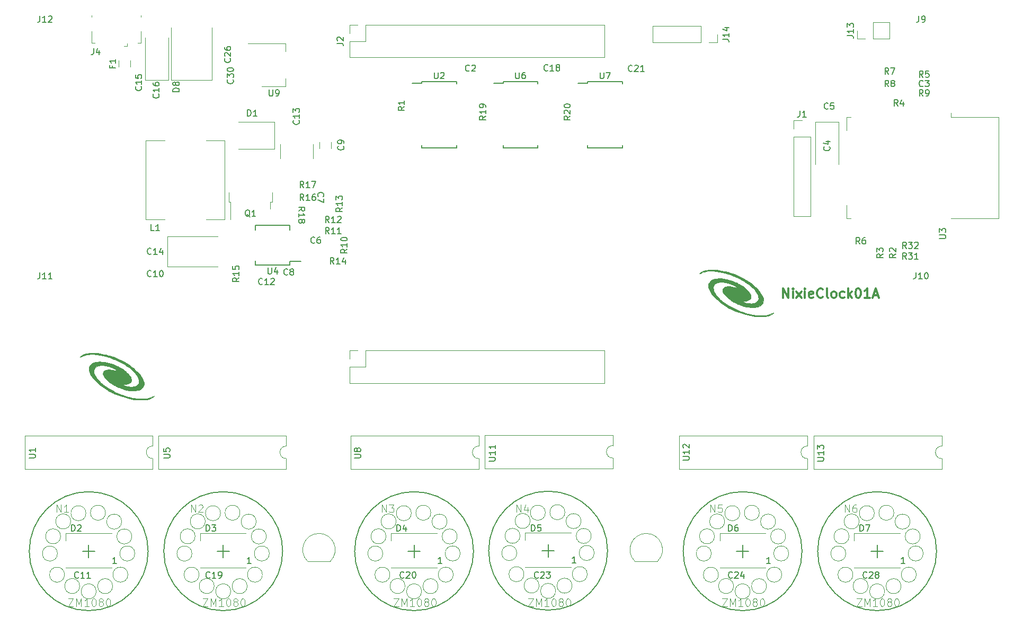
<source format=gbr>
G04 #@! TF.GenerationSoftware,KiCad,Pcbnew,(2018-01-30 revision 342197bb3)-makepkg*
G04 #@! TF.CreationDate,2018-06-27T08:36:49+02:00*
G04 #@! TF.ProjectId,NixieClock01A,4E69786965436C6F636B3031412E6B69,rev?*
G04 #@! TF.SameCoordinates,Original*
G04 #@! TF.FileFunction,Legend,Top*
G04 #@! TF.FilePolarity,Positive*
%FSLAX46Y46*%
G04 Gerber Fmt 4.6, Leading zero omitted, Abs format (unit mm)*
G04 Created by KiCad (PCBNEW (2018-01-30 revision 342197bb3)-makepkg) date 06/27/18 08:36:49*
%MOMM*%
%LPD*%
G01*
G04 APERTURE LIST*
%ADD10C,0.300000*%
%ADD11C,0.150000*%
%ADD12C,0.010000*%
%ADD13C,0.120000*%
%ADD14C,0.101600*%
G04 APERTURE END LIST*
D10*
X213964285Y-101678571D02*
X213964285Y-100178571D01*
X214821428Y-101678571D01*
X214821428Y-100178571D01*
X215535714Y-101678571D02*
X215535714Y-100678571D01*
X215535714Y-100178571D02*
X215464285Y-100250000D01*
X215535714Y-100321428D01*
X215607142Y-100250000D01*
X215535714Y-100178571D01*
X215535714Y-100321428D01*
X216107142Y-101678571D02*
X216892857Y-100678571D01*
X216107142Y-100678571D02*
X216892857Y-101678571D01*
X217464285Y-101678571D02*
X217464285Y-100678571D01*
X217464285Y-100178571D02*
X217392857Y-100250000D01*
X217464285Y-100321428D01*
X217535714Y-100250000D01*
X217464285Y-100178571D01*
X217464285Y-100321428D01*
X218750000Y-101607142D02*
X218607142Y-101678571D01*
X218321428Y-101678571D01*
X218178571Y-101607142D01*
X218107142Y-101464285D01*
X218107142Y-100892857D01*
X218178571Y-100750000D01*
X218321428Y-100678571D01*
X218607142Y-100678571D01*
X218750000Y-100750000D01*
X218821428Y-100892857D01*
X218821428Y-101035714D01*
X218107142Y-101178571D01*
X220321428Y-101535714D02*
X220250000Y-101607142D01*
X220035714Y-101678571D01*
X219892857Y-101678571D01*
X219678571Y-101607142D01*
X219535714Y-101464285D01*
X219464285Y-101321428D01*
X219392857Y-101035714D01*
X219392857Y-100821428D01*
X219464285Y-100535714D01*
X219535714Y-100392857D01*
X219678571Y-100250000D01*
X219892857Y-100178571D01*
X220035714Y-100178571D01*
X220250000Y-100250000D01*
X220321428Y-100321428D01*
X221178571Y-101678571D02*
X221035714Y-101607142D01*
X220964285Y-101464285D01*
X220964285Y-100178571D01*
X221964285Y-101678571D02*
X221821428Y-101607142D01*
X221750000Y-101535714D01*
X221678571Y-101392857D01*
X221678571Y-100964285D01*
X221750000Y-100821428D01*
X221821428Y-100750000D01*
X221964285Y-100678571D01*
X222178571Y-100678571D01*
X222321428Y-100750000D01*
X222392857Y-100821428D01*
X222464285Y-100964285D01*
X222464285Y-101392857D01*
X222392857Y-101535714D01*
X222321428Y-101607142D01*
X222178571Y-101678571D01*
X221964285Y-101678571D01*
X223750000Y-101607142D02*
X223607142Y-101678571D01*
X223321428Y-101678571D01*
X223178571Y-101607142D01*
X223107142Y-101535714D01*
X223035714Y-101392857D01*
X223035714Y-100964285D01*
X223107142Y-100821428D01*
X223178571Y-100750000D01*
X223321428Y-100678571D01*
X223607142Y-100678571D01*
X223750000Y-100750000D01*
X224392857Y-101678571D02*
X224392857Y-100178571D01*
X224535714Y-101107142D02*
X224964285Y-101678571D01*
X224964285Y-100678571D02*
X224392857Y-101250000D01*
X225892857Y-100178571D02*
X226035714Y-100178571D01*
X226178571Y-100250000D01*
X226250000Y-100321428D01*
X226321428Y-100464285D01*
X226392857Y-100750000D01*
X226392857Y-101107142D01*
X226321428Y-101392857D01*
X226250000Y-101535714D01*
X226178571Y-101607142D01*
X226035714Y-101678571D01*
X225892857Y-101678571D01*
X225750000Y-101607142D01*
X225678571Y-101535714D01*
X225607142Y-101392857D01*
X225535714Y-101107142D01*
X225535714Y-100750000D01*
X225607142Y-100464285D01*
X225678571Y-100321428D01*
X225750000Y-100250000D01*
X225892857Y-100178571D01*
X227821428Y-101678571D02*
X226964285Y-101678571D01*
X227392857Y-101678571D02*
X227392857Y-100178571D01*
X227250000Y-100392857D01*
X227107142Y-100535714D01*
X226964285Y-100607142D01*
X228392857Y-101250000D02*
X229107142Y-101250000D01*
X228250000Y-101678571D02*
X228750000Y-100178571D01*
X229250000Y-101678571D01*
D11*
X238490734Y-142151499D02*
G75*
G03X238490734Y-142151499I-9500000J0D01*
G01*
X228990734Y-143151499D02*
X228990734Y-141151499D01*
X229990734Y-142151499D02*
X227990734Y-142151499D01*
D12*
X231670534Y-136013499D02*
G75*
G03X231670534Y-136013499I-1200000J0D01*
G01*
X228550734Y-136091499D02*
G75*
G03X228550734Y-136091499I-1200000J0D01*
G01*
X226120734Y-137401499D02*
G75*
G03X226120734Y-137401499I-1200000J0D01*
G01*
X224500734Y-139781499D02*
G75*
G03X224500734Y-139781499I-1200000J0D01*
G01*
X223990734Y-142531499D02*
G75*
G03X223990734Y-142531499I-1200000J0D01*
G01*
X225130734Y-145911499D02*
G75*
G03X225130734Y-145911499I-1200000J0D01*
G01*
X227550734Y-147721499D02*
G75*
G03X227550734Y-147721499I-1200000J0D01*
G01*
X230190734Y-148571499D02*
G75*
G03X230190734Y-148571499I-1200000J0D01*
G01*
X232820734Y-147741499D02*
G75*
G03X232820734Y-147741499I-1200000J0D01*
G01*
X235250734Y-145901499D02*
G75*
G03X235250734Y-145901499I-1200000J0D01*
G01*
X236360734Y-142521499D02*
G75*
G03X236360734Y-142521499I-1200000J0D01*
G01*
X235880734Y-139801499D02*
G75*
G03X235880734Y-139801499I-1200000J0D01*
G01*
X234260734Y-137431499D02*
G75*
G03X234260734Y-137431499I-1200000J0D01*
G01*
D11*
X216990734Y-142151499D02*
G75*
G03X216990734Y-142151499I-9500000J0D01*
G01*
X207490734Y-143151499D02*
X207490734Y-141151499D01*
X208490734Y-142151499D02*
X206490734Y-142151499D01*
D12*
X210170534Y-136013499D02*
G75*
G03X210170534Y-136013499I-1200000J0D01*
G01*
X207050734Y-136091499D02*
G75*
G03X207050734Y-136091499I-1200000J0D01*
G01*
X204620734Y-137401499D02*
G75*
G03X204620734Y-137401499I-1200000J0D01*
G01*
X203000734Y-139781499D02*
G75*
G03X203000734Y-139781499I-1200000J0D01*
G01*
X202490734Y-142531499D02*
G75*
G03X202490734Y-142531499I-1200000J0D01*
G01*
X203630734Y-145911499D02*
G75*
G03X203630734Y-145911499I-1200000J0D01*
G01*
X206050734Y-147721499D02*
G75*
G03X206050734Y-147721499I-1200000J0D01*
G01*
X208690734Y-148571499D02*
G75*
G03X208690734Y-148571499I-1200000J0D01*
G01*
X211320734Y-147741499D02*
G75*
G03X211320734Y-147741499I-1200000J0D01*
G01*
X213750734Y-145901499D02*
G75*
G03X213750734Y-145901499I-1200000J0D01*
G01*
X214860734Y-142521499D02*
G75*
G03X214860734Y-142521499I-1200000J0D01*
G01*
X214380734Y-139801499D02*
G75*
G03X214380734Y-139801499I-1200000J0D01*
G01*
X212760734Y-137431499D02*
G75*
G03X212760734Y-137431499I-1200000J0D01*
G01*
D11*
X185911090Y-142073700D02*
G75*
G03X185911090Y-142073700I-9500000J0D01*
G01*
X176411090Y-143073700D02*
X176411090Y-141073700D01*
X177411090Y-142073700D02*
X175411090Y-142073700D01*
D12*
X179090890Y-135935700D02*
G75*
G03X179090890Y-135935700I-1200000J0D01*
G01*
X175971090Y-136013700D02*
G75*
G03X175971090Y-136013700I-1200000J0D01*
G01*
X173541090Y-137323700D02*
G75*
G03X173541090Y-137323700I-1200000J0D01*
G01*
X171921090Y-139703700D02*
G75*
G03X171921090Y-139703700I-1200000J0D01*
G01*
X171411090Y-142453700D02*
G75*
G03X171411090Y-142453700I-1200000J0D01*
G01*
X172551090Y-145833700D02*
G75*
G03X172551090Y-145833700I-1200000J0D01*
G01*
X174971090Y-147643700D02*
G75*
G03X174971090Y-147643700I-1200000J0D01*
G01*
X177611090Y-148493700D02*
G75*
G03X177611090Y-148493700I-1200000J0D01*
G01*
X180241090Y-147663700D02*
G75*
G03X180241090Y-147663700I-1200000J0D01*
G01*
X182671090Y-145823700D02*
G75*
G03X182671090Y-145823700I-1200000J0D01*
G01*
X183781090Y-142443700D02*
G75*
G03X183781090Y-142443700I-1200000J0D01*
G01*
X183301090Y-139723700D02*
G75*
G03X183301090Y-139723700I-1200000J0D01*
G01*
X181681090Y-137353700D02*
G75*
G03X181681090Y-137353700I-1200000J0D01*
G01*
D11*
X164490734Y-142151499D02*
G75*
G03X164490734Y-142151499I-9500000J0D01*
G01*
X154990734Y-143151499D02*
X154990734Y-141151499D01*
X155990734Y-142151499D02*
X153990734Y-142151499D01*
D12*
X157670534Y-136013499D02*
G75*
G03X157670534Y-136013499I-1200000J0D01*
G01*
X154550734Y-136091499D02*
G75*
G03X154550734Y-136091499I-1200000J0D01*
G01*
X152120734Y-137401499D02*
G75*
G03X152120734Y-137401499I-1200000J0D01*
G01*
X150500734Y-139781499D02*
G75*
G03X150500734Y-139781499I-1200000J0D01*
G01*
X149990734Y-142531499D02*
G75*
G03X149990734Y-142531499I-1200000J0D01*
G01*
X151130734Y-145911499D02*
G75*
G03X151130734Y-145911499I-1200000J0D01*
G01*
X153550734Y-147721499D02*
G75*
G03X153550734Y-147721499I-1200000J0D01*
G01*
X156190734Y-148571499D02*
G75*
G03X156190734Y-148571499I-1200000J0D01*
G01*
X158820734Y-147741499D02*
G75*
G03X158820734Y-147741499I-1200000J0D01*
G01*
X161250734Y-145901499D02*
G75*
G03X161250734Y-145901499I-1200000J0D01*
G01*
X162360734Y-142521499D02*
G75*
G03X162360734Y-142521499I-1200000J0D01*
G01*
X161880734Y-139801499D02*
G75*
G03X161880734Y-139801499I-1200000J0D01*
G01*
X160260734Y-137431499D02*
G75*
G03X160260734Y-137431499I-1200000J0D01*
G01*
D11*
X133990734Y-142151499D02*
G75*
G03X133990734Y-142151499I-9500000J0D01*
G01*
X124490734Y-143151499D02*
X124490734Y-141151499D01*
X125490734Y-142151499D02*
X123490734Y-142151499D01*
D12*
X127170534Y-136013499D02*
G75*
G03X127170534Y-136013499I-1200000J0D01*
G01*
X124050734Y-136091499D02*
G75*
G03X124050734Y-136091499I-1200000J0D01*
G01*
X121620734Y-137401499D02*
G75*
G03X121620734Y-137401499I-1200000J0D01*
G01*
X120000734Y-139781499D02*
G75*
G03X120000734Y-139781499I-1200000J0D01*
G01*
X119490734Y-142531499D02*
G75*
G03X119490734Y-142531499I-1200000J0D01*
G01*
X120630734Y-145911499D02*
G75*
G03X120630734Y-145911499I-1200000J0D01*
G01*
X123050734Y-147721499D02*
G75*
G03X123050734Y-147721499I-1200000J0D01*
G01*
X125690734Y-148571499D02*
G75*
G03X125690734Y-148571499I-1200000J0D01*
G01*
X128320734Y-147741499D02*
G75*
G03X128320734Y-147741499I-1200000J0D01*
G01*
X130750734Y-145901499D02*
G75*
G03X130750734Y-145901499I-1200000J0D01*
G01*
X131860734Y-142521499D02*
G75*
G03X131860734Y-142521499I-1200000J0D01*
G01*
X131380734Y-139801499D02*
G75*
G03X131380734Y-139801499I-1200000J0D01*
G01*
X129760734Y-137431499D02*
G75*
G03X129760734Y-137431499I-1200000J0D01*
G01*
D11*
X112490734Y-142151499D02*
G75*
G03X112490734Y-142151499I-9500000J0D01*
G01*
X102990734Y-143151499D02*
X102990734Y-141151499D01*
X103990734Y-142151499D02*
X101990734Y-142151499D01*
D12*
X105670534Y-136013499D02*
G75*
G03X105670534Y-136013499I-1200000J0D01*
G01*
X102550734Y-136091499D02*
G75*
G03X102550734Y-136091499I-1200000J0D01*
G01*
X100120734Y-137401499D02*
G75*
G03X100120734Y-137401499I-1200000J0D01*
G01*
X98500734Y-139781499D02*
G75*
G03X98500734Y-139781499I-1200000J0D01*
G01*
X97990734Y-142531499D02*
G75*
G03X97990734Y-142531499I-1200000J0D01*
G01*
X99130734Y-145911499D02*
G75*
G03X99130734Y-145911499I-1200000J0D01*
G01*
X101550734Y-147721499D02*
G75*
G03X101550734Y-147721499I-1200000J0D01*
G01*
X104190734Y-148571499D02*
G75*
G03X104190734Y-148571499I-1200000J0D01*
G01*
X106820734Y-147741499D02*
G75*
G03X106820734Y-147741499I-1200000J0D01*
G01*
X109250734Y-145901499D02*
G75*
G03X109250734Y-145901499I-1200000J0D01*
G01*
X110360734Y-142521499D02*
G75*
G03X110360734Y-142521499I-1200000J0D01*
G01*
X109880734Y-139801499D02*
G75*
G03X109880734Y-139801499I-1200000J0D01*
G01*
X108260734Y-137431499D02*
G75*
G03X108260734Y-137431499I-1200000J0D01*
G01*
D13*
X190289285Y-143767500D02*
X193889285Y-143767500D01*
X190250807Y-143755978D02*
G75*
G02X192089285Y-139317500I1838478J1838478D01*
G01*
X193927763Y-143755978D02*
G75*
G03X192089285Y-139317500I-1838478J1838478D01*
G01*
X134560734Y-127361499D02*
G75*
G02X134560734Y-125361499I0J1000000D01*
G01*
X134560734Y-125361499D02*
X134560734Y-123711499D01*
X134560734Y-123711499D02*
X114120734Y-123711499D01*
X114120734Y-123711499D02*
X114120734Y-129011499D01*
X114120734Y-129011499D02*
X134560734Y-129011499D01*
X134560734Y-129011499D02*
X134560734Y-127361499D01*
X144660379Y-115299297D02*
X144660379Y-112699297D01*
X144660379Y-115299297D02*
X185420379Y-115299297D01*
X185420379Y-115299297D02*
X185420379Y-110099297D01*
X147260379Y-110099297D02*
X185420379Y-110099297D01*
X147260379Y-112699297D02*
X147260379Y-110099297D01*
X144660379Y-112699297D02*
X147260379Y-112699297D01*
X144660379Y-110099297D02*
X145990379Y-110099297D01*
X144660379Y-111429297D02*
X144660379Y-110099297D01*
D11*
X156215379Y-67154297D02*
X156215379Y-67429297D01*
X161765379Y-67154297D02*
X161765379Y-67509297D01*
X161765379Y-77704297D02*
X161765379Y-77349297D01*
X156215379Y-77704297D02*
X156215379Y-77349297D01*
X156215379Y-67154297D02*
X161765379Y-67154297D01*
X156215379Y-77704297D02*
X161765379Y-77704297D01*
X156215379Y-67429297D02*
X154690379Y-67429297D01*
D13*
X113210734Y-129011499D02*
X113210734Y-127361499D01*
X92770734Y-129011499D02*
X113210734Y-129011499D01*
X92770734Y-123711499D02*
X92770734Y-129011499D01*
X113210734Y-123711499D02*
X92770734Y-123711499D01*
X113210734Y-125361499D02*
X113210734Y-123711499D01*
X113210734Y-127361499D02*
G75*
G02X113210734Y-125361499I0J1000000D01*
G01*
X106640734Y-144801499D02*
X99340734Y-144801499D01*
X106640734Y-139301499D02*
X99340734Y-139301499D01*
X99340734Y-139301499D02*
X99340734Y-140451499D01*
X115140379Y-89171297D02*
X112140379Y-89171297D01*
X112140379Y-89171297D02*
X112140379Y-76571297D01*
X112140379Y-76571297D02*
X115140379Y-76571297D01*
X121740379Y-76571297D02*
X124740379Y-76571297D01*
X124740379Y-76571297D02*
X124740379Y-89171297D01*
X124740379Y-89171297D02*
X121740379Y-89171297D01*
X125404379Y-84857297D02*
X125404379Y-86357297D01*
X125404379Y-86357297D02*
X125674379Y-86357297D01*
X125674379Y-86357297D02*
X125674379Y-89187297D01*
X132304379Y-84857297D02*
X132304379Y-86357297D01*
X132304379Y-86357297D02*
X132034379Y-86357297D01*
X132034379Y-86357297D02*
X132034379Y-87457297D01*
D11*
X135160379Y-96490297D02*
X135160379Y-95835297D01*
X129660379Y-96490297D02*
X129660379Y-95740297D01*
X129660379Y-90080297D02*
X129660379Y-90830297D01*
X135160379Y-90080297D02*
X135160379Y-90830297D01*
X135160379Y-96490297D02*
X129660379Y-96490297D01*
X135160379Y-90080297D02*
X129660379Y-90080297D01*
X135160379Y-95835297D02*
X136910379Y-95835297D01*
D13*
X138830379Y-77169297D02*
X138830379Y-79429297D01*
X133610379Y-77169297D02*
X133610379Y-79429297D01*
X123614379Y-91891297D02*
X115544379Y-91891297D01*
X115544379Y-91891297D02*
X115544379Y-96711297D01*
X115544379Y-96711297D02*
X123614379Y-96711297D01*
X141702379Y-76783297D02*
X141702379Y-77783297D01*
X139882379Y-76783297D02*
X139882379Y-77783297D01*
X132658379Y-77909297D02*
X132658379Y-73609297D01*
X132658379Y-73609297D02*
X126958379Y-73609297D01*
X132658379Y-77909297D02*
X126958379Y-77909297D01*
X215662703Y-88696379D02*
X218322703Y-88696379D01*
X215662703Y-75936379D02*
X215662703Y-88696379D01*
X218322703Y-75936379D02*
X218322703Y-88696379D01*
X215662703Y-75936379D02*
X218322703Y-75936379D01*
X215662703Y-74666379D02*
X215662703Y-73336379D01*
X215662703Y-73336379D02*
X216992703Y-73336379D01*
X128140734Y-144801499D02*
X120840734Y-144801499D01*
X128140734Y-139301499D02*
X120840734Y-139301499D01*
X120840734Y-139301499D02*
X120840734Y-140451499D01*
X158640734Y-144801499D02*
X151340734Y-144801499D01*
X158640734Y-139301499D02*
X151340734Y-139301499D01*
X151340734Y-139301499D02*
X151340734Y-140451499D01*
X172761090Y-139223700D02*
X172761090Y-140373700D01*
X180061090Y-139223700D02*
X172761090Y-139223700D01*
X180061090Y-144723700D02*
X172761090Y-144723700D01*
X211140734Y-144801499D02*
X203840734Y-144801499D01*
X211140734Y-139301499D02*
X203840734Y-139301499D01*
X203840734Y-139301499D02*
X203840734Y-140451499D01*
X225340734Y-139301499D02*
X225340734Y-140451499D01*
X232640734Y-139301499D02*
X225340734Y-139301499D01*
X232640734Y-144801499D02*
X225340734Y-144801499D01*
D11*
X169215379Y-67429297D02*
X167690379Y-67429297D01*
X169215379Y-77704297D02*
X174765379Y-77704297D01*
X169215379Y-67154297D02*
X174765379Y-67154297D01*
X169215379Y-77704297D02*
X169215379Y-77349297D01*
X174765379Y-77704297D02*
X174765379Y-77349297D01*
X174765379Y-67154297D02*
X174765379Y-67509297D01*
X169215379Y-67154297D02*
X169215379Y-67429297D01*
X182715379Y-67154297D02*
X182715379Y-67429297D01*
X188265379Y-67154297D02*
X188265379Y-67509297D01*
X188265379Y-77704297D02*
X188265379Y-77349297D01*
X182715379Y-77704297D02*
X182715379Y-77349297D01*
X182715379Y-67154297D02*
X188265379Y-67154297D01*
X182715379Y-77704297D02*
X188265379Y-77704297D01*
X182715379Y-67429297D02*
X181190379Y-67429297D01*
D13*
X165320734Y-129011499D02*
X165320734Y-127361499D01*
X144880734Y-129011499D02*
X165320734Y-129011499D01*
X144880734Y-123711499D02*
X144880734Y-129011499D01*
X165320734Y-123711499D02*
X144880734Y-123711499D01*
X165320734Y-125361499D02*
X165320734Y-123711499D01*
X165320734Y-127361499D02*
G75*
G02X165320734Y-125361499I0J1000000D01*
G01*
X186741090Y-127283700D02*
G75*
G02X186741090Y-125283700I0J1000000D01*
G01*
X186741090Y-125283700D02*
X186741090Y-123633700D01*
X186741090Y-123633700D02*
X166301090Y-123633700D01*
X166301090Y-123633700D02*
X166301090Y-128933700D01*
X166301090Y-128933700D02*
X186741090Y-128933700D01*
X186741090Y-128933700D02*
X186741090Y-127283700D01*
X217820734Y-127361499D02*
G75*
G02X217820734Y-125361499I0J1000000D01*
G01*
X217820734Y-125361499D02*
X217820734Y-123711499D01*
X217820734Y-123711499D02*
X197380734Y-123711499D01*
X197380734Y-123711499D02*
X197380734Y-129011499D01*
X197380734Y-129011499D02*
X217820734Y-129011499D01*
X217820734Y-129011499D02*
X217820734Y-127361499D01*
X239320734Y-129011499D02*
X239320734Y-127361499D01*
X218880734Y-129011499D02*
X239320734Y-129011499D01*
X218880734Y-123711499D02*
X218880734Y-129011499D01*
X239320734Y-123711499D02*
X218880734Y-123711499D01*
X239320734Y-125361499D02*
X239320734Y-123711499D01*
X239320734Y-127361499D02*
G75*
G02X239320734Y-125361499I0J1000000D01*
G01*
X144660379Y-63299297D02*
X144660379Y-60699297D01*
X144660379Y-63299297D02*
X185420379Y-63299297D01*
X185420379Y-63299297D02*
X185420379Y-58099297D01*
X147260379Y-58099297D02*
X185420379Y-58099297D01*
X147260379Y-60699297D02*
X147260379Y-58099297D01*
X144660379Y-60699297D02*
X147260379Y-60699297D01*
X144660379Y-58099297D02*
X145990379Y-58099297D01*
X144660379Y-59429297D02*
X144660379Y-58099297D01*
X222830703Y-80390379D02*
X222830703Y-73620379D01*
X222830703Y-73620379D02*
X219110703Y-73620379D01*
X219110703Y-73620379D02*
X219110703Y-80390379D01*
X134439297Y-67919621D02*
X134439297Y-66659621D01*
X134439297Y-61099621D02*
X134439297Y-62359621D01*
X130679297Y-67919621D02*
X134439297Y-67919621D01*
X128429297Y-61099621D02*
X134439297Y-61099621D01*
X112040000Y-60100000D02*
X112040000Y-66870000D01*
X112040000Y-66870000D02*
X115760000Y-66870000D01*
X115760000Y-66870000D02*
X115760000Y-60100000D01*
X122650000Y-66900000D02*
X116150000Y-66900000D01*
X122650000Y-66900000D02*
X122650000Y-58500000D01*
X116150000Y-66900000D02*
X116150000Y-58500000D01*
X107790000Y-64800000D02*
X107790000Y-63800000D01*
X109610000Y-64800000D02*
X109610000Y-63800000D01*
X111300000Y-60962500D02*
X110850000Y-60962500D01*
X111300000Y-59112500D02*
X111300000Y-60962500D01*
X103500000Y-56562500D02*
X103500000Y-56812500D01*
X111300000Y-56562500D02*
X111300000Y-56812500D01*
X103500000Y-59112500D02*
X103500000Y-60962500D01*
X103500000Y-60962500D02*
X103950000Y-60962500D01*
X109100000Y-61512500D02*
X108650000Y-61512500D01*
X109100000Y-61512500D02*
X109100000Y-61062500D01*
X248395203Y-72793379D02*
X248395203Y-89033379D01*
X248395203Y-89033379D02*
X240775203Y-89033379D01*
X224775203Y-89033379D02*
X224155203Y-89033379D01*
X224155203Y-89033379D02*
X224155203Y-86913379D01*
X224155203Y-74913379D02*
X224155203Y-72793379D01*
X224155203Y-72793379D02*
X224775203Y-72793379D01*
X240775203Y-72793379D02*
X248395203Y-72793379D01*
X240775203Y-72793379D02*
X240775203Y-72183379D01*
X230970000Y-60330000D02*
X230970000Y-57670000D01*
X228370000Y-60330000D02*
X230970000Y-60330000D01*
X228370000Y-57670000D02*
X230970000Y-57670000D01*
X228370000Y-60330000D02*
X228370000Y-57670000D01*
X227100000Y-60330000D02*
X225770000Y-60330000D01*
X225770000Y-60330000D02*
X225770000Y-59000000D01*
X137989285Y-143767500D02*
X141589285Y-143767500D01*
X137950807Y-143755978D02*
G75*
G02X139789285Y-139317500I1838478J1838478D01*
G01*
X141627763Y-143755978D02*
G75*
G03X139789285Y-139317500I-1838478J1838478D01*
G01*
D12*
G36*
X103995999Y-110515784D02*
X104359099Y-110541356D01*
X104726981Y-110585094D01*
X105110830Y-110648486D01*
X105521826Y-110733021D01*
X105785500Y-110794363D01*
X105958423Y-110838143D01*
X106152634Y-110890721D01*
X106357668Y-110948955D01*
X106563059Y-111009706D01*
X106758343Y-111069832D01*
X106933054Y-111126192D01*
X107076727Y-111175646D01*
X107157100Y-111206025D01*
X107407631Y-111311869D01*
X107686012Y-111438033D01*
X107977416Y-111577280D01*
X108267013Y-111722374D01*
X108539978Y-111866081D01*
X108754608Y-111985622D01*
X108849310Y-112039695D01*
X108926126Y-112082763D01*
X108975444Y-112109482D01*
X108988498Y-112115600D01*
X109016256Y-112129690D01*
X109078515Y-112168861D01*
X109168585Y-112228456D01*
X109279778Y-112303824D01*
X109405404Y-112390309D01*
X109538775Y-112483258D01*
X109673200Y-112578018D01*
X109801993Y-112669934D01*
X109918462Y-112754354D01*
X110015920Y-112826621D01*
X110069534Y-112867713D01*
X110206934Y-112980709D01*
X110362019Y-113117315D01*
X110527118Y-113269955D01*
X110694561Y-113431053D01*
X110856679Y-113593031D01*
X111005802Y-113748315D01*
X111134258Y-113889327D01*
X111234379Y-114008491D01*
X111264810Y-114048390D01*
X111440040Y-114308465D01*
X111587450Y-114570305D01*
X111702516Y-114824769D01*
X111780711Y-115062715D01*
X111793498Y-115116386D01*
X111808779Y-115225504D01*
X111814891Y-115357710D01*
X111812342Y-115459286D01*
X111775863Y-115677693D01*
X111696855Y-115871951D01*
X111577673Y-116041710D01*
X111420668Y-116186621D01*
X111228193Y-116306332D01*
X111002602Y-116400493D01*
X110746246Y-116468755D01*
X110461480Y-116510767D01*
X110150655Y-116526178D01*
X109816124Y-116514638D01*
X109460241Y-116475797D01*
X109085357Y-116409304D01*
X108693827Y-116314810D01*
X108288002Y-116191963D01*
X107881000Y-116044631D01*
X107758910Y-115994021D01*
X107615394Y-115929994D01*
X107461077Y-115857762D01*
X107306580Y-115782540D01*
X107162528Y-115709541D01*
X107039544Y-115643978D01*
X106948252Y-115591065D01*
X106922338Y-115574162D01*
X106866916Y-115537559D01*
X106784298Y-115484986D01*
X106690750Y-115426771D01*
X106674500Y-115416792D01*
X106467707Y-115279896D01*
X106257815Y-115122370D01*
X106053448Y-114952008D01*
X105863226Y-114776602D01*
X105695771Y-114603944D01*
X105559706Y-114441826D01*
X105495946Y-114351658D01*
X105380054Y-114143982D01*
X105308172Y-113949131D01*
X105280402Y-113769473D01*
X105296845Y-113607378D01*
X105357605Y-113465212D01*
X105452848Y-113353955D01*
X105565633Y-113275275D01*
X105704844Y-113218678D01*
X105877722Y-113182019D01*
X106091506Y-113163155D01*
X106098096Y-113162864D01*
X106246445Y-113159380D01*
X106385318Y-113163398D01*
X106525711Y-113176367D01*
X106678624Y-113199741D01*
X106855053Y-113234971D01*
X107065997Y-113283507D01*
X107130417Y-113299111D01*
X107290970Y-113336375D01*
X107406458Y-113358011D01*
X107480251Y-113363725D01*
X107515714Y-113353219D01*
X107516216Y-113326196D01*
X107485124Y-113282360D01*
X107472993Y-113268938D01*
X107367921Y-113176571D01*
X107221746Y-113077719D01*
X107043061Y-112976417D01*
X106840462Y-112876702D01*
X106622544Y-112782608D01*
X106397901Y-112698172D01*
X106175128Y-112627430D01*
X106021848Y-112587505D01*
X105797769Y-112538498D01*
X105604939Y-112504545D01*
X105426791Y-112483546D01*
X105246757Y-112473402D01*
X105107534Y-112471641D01*
X104854908Y-112481857D01*
X104637041Y-112513315D01*
X104441488Y-112568492D01*
X104284600Y-112635356D01*
X104096788Y-112750955D01*
X103953233Y-112890373D01*
X103853977Y-113052419D01*
X103799061Y-113235897D01*
X103788529Y-113439615D01*
X103822421Y-113662378D01*
X103900780Y-113902993D01*
X104023648Y-114160267D01*
X104191066Y-114433006D01*
X104219895Y-114474992D01*
X104275036Y-114546188D01*
X104358647Y-114643953D01*
X104462765Y-114759461D01*
X104579425Y-114883882D01*
X104700661Y-115008388D01*
X104705518Y-115013271D01*
X104918331Y-115220606D01*
X105126367Y-115408940D01*
X105338399Y-115584967D01*
X105563200Y-115755381D01*
X105809545Y-115926875D01*
X106086206Y-116106142D01*
X106354091Y-116271042D01*
X106498016Y-116355533D01*
X106662493Y-116448003D01*
X106839565Y-116544362D01*
X107021275Y-116640521D01*
X107199666Y-116732387D01*
X107366781Y-116815871D01*
X107514663Y-116886883D01*
X107635355Y-116941331D01*
X107720900Y-116975125D01*
X107728600Y-116977653D01*
X107802565Y-117003453D01*
X107906324Y-117042620D01*
X108022913Y-117088664D01*
X108084200Y-117113676D01*
X108216841Y-117166019D01*
X108373472Y-117224094D01*
X108529465Y-117278897D01*
X108604900Y-117304005D01*
X108731496Y-117345036D01*
X108854348Y-117384831D01*
X108957224Y-117418133D01*
X109011300Y-117435620D01*
X109218526Y-117496791D01*
X109463750Y-117559577D01*
X109734355Y-117621249D01*
X110017723Y-117679079D01*
X110301239Y-117730339D01*
X110560700Y-117770673D01*
X110741332Y-117790671D01*
X110953420Y-117805186D01*
X111185548Y-117814205D01*
X111426304Y-117817717D01*
X111664274Y-117815708D01*
X111888044Y-117808168D01*
X112086201Y-117795084D01*
X112247333Y-117776443D01*
X112271517Y-117772498D01*
X112538802Y-117715642D01*
X112801722Y-117639728D01*
X113043764Y-117550037D01*
X113211494Y-117471798D01*
X113299233Y-117428279D01*
X113369072Y-117398170D01*
X113409725Y-117386163D01*
X113415029Y-117387162D01*
X113411893Y-117411335D01*
X113402764Y-117419231D01*
X113369438Y-117444283D01*
X113311681Y-117490207D01*
X113263799Y-117529191D01*
X113087322Y-117649008D01*
X112868070Y-117755541D01*
X112612950Y-117846109D01*
X112328870Y-117918030D01*
X112199000Y-117942646D01*
X112046169Y-117962834D01*
X111856301Y-117978694D01*
X111643007Y-117989833D01*
X111419897Y-117995857D01*
X111200582Y-117996372D01*
X110998671Y-117990982D01*
X110852800Y-117981633D01*
X110341073Y-117921444D01*
X109803075Y-117829925D01*
X109249985Y-117710070D01*
X108692982Y-117564873D01*
X108143245Y-117397328D01*
X107611952Y-117210429D01*
X107110282Y-117007171D01*
X106953900Y-116937365D01*
X106837903Y-116883679D01*
X106733785Y-116833770D01*
X106633137Y-116783125D01*
X106527554Y-116727232D01*
X106408630Y-116661577D01*
X106267958Y-116581649D01*
X106097132Y-116482935D01*
X105976000Y-116412424D01*
X105468754Y-116094675D01*
X104983947Y-115747162D01*
X104530272Y-115376616D01*
X104116423Y-114989767D01*
X104045600Y-114917652D01*
X103881096Y-114744646D01*
X103746410Y-114594969D01*
X103633245Y-114458364D01*
X103533301Y-114324577D01*
X103438283Y-114183352D01*
X103391709Y-114109462D01*
X103233435Y-113823135D01*
X103121003Y-113550549D01*
X103054125Y-113293151D01*
X103032518Y-113052388D01*
X103055895Y-112829706D01*
X103123972Y-112626552D01*
X103236464Y-112444371D01*
X103393086Y-112284612D01*
X103593551Y-112148719D01*
X103797033Y-112053516D01*
X104070517Y-111969554D01*
X104378740Y-111917057D01*
X104716740Y-111895805D01*
X105079552Y-111905573D01*
X105462211Y-111946140D01*
X105859753Y-112017283D01*
X106267213Y-112118780D01*
X106445900Y-112172224D01*
X106553622Y-112205970D01*
X106643894Y-112234032D01*
X106705323Y-112252881D01*
X106725300Y-112258766D01*
X106794662Y-112281739D01*
X106899961Y-112322450D01*
X107031984Y-112376802D01*
X107181523Y-112440697D01*
X107339366Y-112510037D01*
X107496305Y-112580725D01*
X107643128Y-112648664D01*
X107770627Y-112709756D01*
X107869589Y-112759903D01*
X107930807Y-112795008D01*
X107931169Y-112795250D01*
X107998182Y-112837070D01*
X108076267Y-112881833D01*
X108084200Y-112886138D01*
X108161337Y-112931432D01*
X108267813Y-112998928D01*
X108392028Y-113080749D01*
X108522382Y-113169019D01*
X108647275Y-113255862D01*
X108755106Y-113333401D01*
X108834277Y-113393760D01*
X108846200Y-113403535D01*
X109075475Y-113607760D01*
X109282802Y-113817277D01*
X109462071Y-114025056D01*
X109607169Y-114224068D01*
X109703003Y-114388900D01*
X109766134Y-114552387D01*
X109800252Y-114723365D01*
X109801391Y-114881405D01*
X109800307Y-114890155D01*
X109761445Y-115044397D01*
X109687567Y-115174056D01*
X109576250Y-115280706D01*
X109425073Y-115365922D01*
X109231612Y-115431279D01*
X108993445Y-115478352D01*
X108871600Y-115493928D01*
X108720262Y-115512138D01*
X108616779Y-115529487D01*
X108558302Y-115548259D01*
X108541984Y-115570740D01*
X108564977Y-115599214D01*
X108624433Y-115635967D01*
X108666940Y-115658160D01*
X108873273Y-115744114D01*
X109110406Y-115811772D01*
X109366231Y-115859944D01*
X109628635Y-115887444D01*
X109885509Y-115893083D01*
X110124742Y-115875675D01*
X110334224Y-115834030D01*
X110365183Y-115824717D01*
X110584979Y-115735213D01*
X110761472Y-115620664D01*
X110894134Y-115481692D01*
X110982436Y-115318921D01*
X111025849Y-115132973D01*
X111030600Y-115040535D01*
X111006059Y-114802711D01*
X110933103Y-114554345D01*
X110812733Y-114296679D01*
X110645947Y-114030953D01*
X110433747Y-113758408D01*
X110177130Y-113480286D01*
X109877099Y-113197828D01*
X109534651Y-112912274D01*
X109150788Y-112624865D01*
X108998600Y-112518397D01*
X108891930Y-112447893D01*
X108775372Y-112375125D01*
X108681100Y-112319818D01*
X108597810Y-112271890D01*
X108528784Y-112229638D01*
X108490600Y-112203418D01*
X108434068Y-112165164D01*
X108338647Y-112109733D01*
X108211759Y-112040828D01*
X108060825Y-111962148D01*
X107893267Y-111877396D01*
X107716509Y-111790271D01*
X107537971Y-111704476D01*
X107365075Y-111623711D01*
X107205245Y-111551677D01*
X107065902Y-111492075D01*
X107055500Y-111487807D01*
X106478504Y-111268354D01*
X105906246Y-111083027D01*
X105343229Y-110932763D01*
X104793950Y-110818503D01*
X104262913Y-110741184D01*
X103754616Y-110701746D01*
X103283600Y-110700727D01*
X102957122Y-110721367D01*
X102667902Y-110757856D01*
X102404101Y-110813007D01*
X102153877Y-110889632D01*
X101905390Y-110990543D01*
X101750234Y-111064910D01*
X101666258Y-111105262D01*
X101601298Y-111132786D01*
X101567080Y-111142607D01*
X101564876Y-111141943D01*
X101573148Y-111117863D01*
X101616066Y-111073934D01*
X101684885Y-111016726D01*
X101770863Y-110952812D01*
X101865256Y-110888762D01*
X101959320Y-110831148D01*
X102026300Y-110795168D01*
X102261857Y-110694257D01*
X102516251Y-110616267D01*
X102795953Y-110560033D01*
X103107436Y-110524389D01*
X103457173Y-110508167D01*
X103626500Y-110506887D01*
X103995999Y-110515784D01*
X103995999Y-110515784D01*
G37*
X103995999Y-110515784D02*
X104359099Y-110541356D01*
X104726981Y-110585094D01*
X105110830Y-110648486D01*
X105521826Y-110733021D01*
X105785500Y-110794363D01*
X105958423Y-110838143D01*
X106152634Y-110890721D01*
X106357668Y-110948955D01*
X106563059Y-111009706D01*
X106758343Y-111069832D01*
X106933054Y-111126192D01*
X107076727Y-111175646D01*
X107157100Y-111206025D01*
X107407631Y-111311869D01*
X107686012Y-111438033D01*
X107977416Y-111577280D01*
X108267013Y-111722374D01*
X108539978Y-111866081D01*
X108754608Y-111985622D01*
X108849310Y-112039695D01*
X108926126Y-112082763D01*
X108975444Y-112109482D01*
X108988498Y-112115600D01*
X109016256Y-112129690D01*
X109078515Y-112168861D01*
X109168585Y-112228456D01*
X109279778Y-112303824D01*
X109405404Y-112390309D01*
X109538775Y-112483258D01*
X109673200Y-112578018D01*
X109801993Y-112669934D01*
X109918462Y-112754354D01*
X110015920Y-112826621D01*
X110069534Y-112867713D01*
X110206934Y-112980709D01*
X110362019Y-113117315D01*
X110527118Y-113269955D01*
X110694561Y-113431053D01*
X110856679Y-113593031D01*
X111005802Y-113748315D01*
X111134258Y-113889327D01*
X111234379Y-114008491D01*
X111264810Y-114048390D01*
X111440040Y-114308465D01*
X111587450Y-114570305D01*
X111702516Y-114824769D01*
X111780711Y-115062715D01*
X111793498Y-115116386D01*
X111808779Y-115225504D01*
X111814891Y-115357710D01*
X111812342Y-115459286D01*
X111775863Y-115677693D01*
X111696855Y-115871951D01*
X111577673Y-116041710D01*
X111420668Y-116186621D01*
X111228193Y-116306332D01*
X111002602Y-116400493D01*
X110746246Y-116468755D01*
X110461480Y-116510767D01*
X110150655Y-116526178D01*
X109816124Y-116514638D01*
X109460241Y-116475797D01*
X109085357Y-116409304D01*
X108693827Y-116314810D01*
X108288002Y-116191963D01*
X107881000Y-116044631D01*
X107758910Y-115994021D01*
X107615394Y-115929994D01*
X107461077Y-115857762D01*
X107306580Y-115782540D01*
X107162528Y-115709541D01*
X107039544Y-115643978D01*
X106948252Y-115591065D01*
X106922338Y-115574162D01*
X106866916Y-115537559D01*
X106784298Y-115484986D01*
X106690750Y-115426771D01*
X106674500Y-115416792D01*
X106467707Y-115279896D01*
X106257815Y-115122370D01*
X106053448Y-114952008D01*
X105863226Y-114776602D01*
X105695771Y-114603944D01*
X105559706Y-114441826D01*
X105495946Y-114351658D01*
X105380054Y-114143982D01*
X105308172Y-113949131D01*
X105280402Y-113769473D01*
X105296845Y-113607378D01*
X105357605Y-113465212D01*
X105452848Y-113353955D01*
X105565633Y-113275275D01*
X105704844Y-113218678D01*
X105877722Y-113182019D01*
X106091506Y-113163155D01*
X106098096Y-113162864D01*
X106246445Y-113159380D01*
X106385318Y-113163398D01*
X106525711Y-113176367D01*
X106678624Y-113199741D01*
X106855053Y-113234971D01*
X107065997Y-113283507D01*
X107130417Y-113299111D01*
X107290970Y-113336375D01*
X107406458Y-113358011D01*
X107480251Y-113363725D01*
X107515714Y-113353219D01*
X107516216Y-113326196D01*
X107485124Y-113282360D01*
X107472993Y-113268938D01*
X107367921Y-113176571D01*
X107221746Y-113077719D01*
X107043061Y-112976417D01*
X106840462Y-112876702D01*
X106622544Y-112782608D01*
X106397901Y-112698172D01*
X106175128Y-112627430D01*
X106021848Y-112587505D01*
X105797769Y-112538498D01*
X105604939Y-112504545D01*
X105426791Y-112483546D01*
X105246757Y-112473402D01*
X105107534Y-112471641D01*
X104854908Y-112481857D01*
X104637041Y-112513315D01*
X104441488Y-112568492D01*
X104284600Y-112635356D01*
X104096788Y-112750955D01*
X103953233Y-112890373D01*
X103853977Y-113052419D01*
X103799061Y-113235897D01*
X103788529Y-113439615D01*
X103822421Y-113662378D01*
X103900780Y-113902993D01*
X104023648Y-114160267D01*
X104191066Y-114433006D01*
X104219895Y-114474992D01*
X104275036Y-114546188D01*
X104358647Y-114643953D01*
X104462765Y-114759461D01*
X104579425Y-114883882D01*
X104700661Y-115008388D01*
X104705518Y-115013271D01*
X104918331Y-115220606D01*
X105126367Y-115408940D01*
X105338399Y-115584967D01*
X105563200Y-115755381D01*
X105809545Y-115926875D01*
X106086206Y-116106142D01*
X106354091Y-116271042D01*
X106498016Y-116355533D01*
X106662493Y-116448003D01*
X106839565Y-116544362D01*
X107021275Y-116640521D01*
X107199666Y-116732387D01*
X107366781Y-116815871D01*
X107514663Y-116886883D01*
X107635355Y-116941331D01*
X107720900Y-116975125D01*
X107728600Y-116977653D01*
X107802565Y-117003453D01*
X107906324Y-117042620D01*
X108022913Y-117088664D01*
X108084200Y-117113676D01*
X108216841Y-117166019D01*
X108373472Y-117224094D01*
X108529465Y-117278897D01*
X108604900Y-117304005D01*
X108731496Y-117345036D01*
X108854348Y-117384831D01*
X108957224Y-117418133D01*
X109011300Y-117435620D01*
X109218526Y-117496791D01*
X109463750Y-117559577D01*
X109734355Y-117621249D01*
X110017723Y-117679079D01*
X110301239Y-117730339D01*
X110560700Y-117770673D01*
X110741332Y-117790671D01*
X110953420Y-117805186D01*
X111185548Y-117814205D01*
X111426304Y-117817717D01*
X111664274Y-117815708D01*
X111888044Y-117808168D01*
X112086201Y-117795084D01*
X112247333Y-117776443D01*
X112271517Y-117772498D01*
X112538802Y-117715642D01*
X112801722Y-117639728D01*
X113043764Y-117550037D01*
X113211494Y-117471798D01*
X113299233Y-117428279D01*
X113369072Y-117398170D01*
X113409725Y-117386163D01*
X113415029Y-117387162D01*
X113411893Y-117411335D01*
X113402764Y-117419231D01*
X113369438Y-117444283D01*
X113311681Y-117490207D01*
X113263799Y-117529191D01*
X113087322Y-117649008D01*
X112868070Y-117755541D01*
X112612950Y-117846109D01*
X112328870Y-117918030D01*
X112199000Y-117942646D01*
X112046169Y-117962834D01*
X111856301Y-117978694D01*
X111643007Y-117989833D01*
X111419897Y-117995857D01*
X111200582Y-117996372D01*
X110998671Y-117990982D01*
X110852800Y-117981633D01*
X110341073Y-117921444D01*
X109803075Y-117829925D01*
X109249985Y-117710070D01*
X108692982Y-117564873D01*
X108143245Y-117397328D01*
X107611952Y-117210429D01*
X107110282Y-117007171D01*
X106953900Y-116937365D01*
X106837903Y-116883679D01*
X106733785Y-116833770D01*
X106633137Y-116783125D01*
X106527554Y-116727232D01*
X106408630Y-116661577D01*
X106267958Y-116581649D01*
X106097132Y-116482935D01*
X105976000Y-116412424D01*
X105468754Y-116094675D01*
X104983947Y-115747162D01*
X104530272Y-115376616D01*
X104116423Y-114989767D01*
X104045600Y-114917652D01*
X103881096Y-114744646D01*
X103746410Y-114594969D01*
X103633245Y-114458364D01*
X103533301Y-114324577D01*
X103438283Y-114183352D01*
X103391709Y-114109462D01*
X103233435Y-113823135D01*
X103121003Y-113550549D01*
X103054125Y-113293151D01*
X103032518Y-113052388D01*
X103055895Y-112829706D01*
X103123972Y-112626552D01*
X103236464Y-112444371D01*
X103393086Y-112284612D01*
X103593551Y-112148719D01*
X103797033Y-112053516D01*
X104070517Y-111969554D01*
X104378740Y-111917057D01*
X104716740Y-111895805D01*
X105079552Y-111905573D01*
X105462211Y-111946140D01*
X105859753Y-112017283D01*
X106267213Y-112118780D01*
X106445900Y-112172224D01*
X106553622Y-112205970D01*
X106643894Y-112234032D01*
X106705323Y-112252881D01*
X106725300Y-112258766D01*
X106794662Y-112281739D01*
X106899961Y-112322450D01*
X107031984Y-112376802D01*
X107181523Y-112440697D01*
X107339366Y-112510037D01*
X107496305Y-112580725D01*
X107643128Y-112648664D01*
X107770627Y-112709756D01*
X107869589Y-112759903D01*
X107930807Y-112795008D01*
X107931169Y-112795250D01*
X107998182Y-112837070D01*
X108076267Y-112881833D01*
X108084200Y-112886138D01*
X108161337Y-112931432D01*
X108267813Y-112998928D01*
X108392028Y-113080749D01*
X108522382Y-113169019D01*
X108647275Y-113255862D01*
X108755106Y-113333401D01*
X108834277Y-113393760D01*
X108846200Y-113403535D01*
X109075475Y-113607760D01*
X109282802Y-113817277D01*
X109462071Y-114025056D01*
X109607169Y-114224068D01*
X109703003Y-114388900D01*
X109766134Y-114552387D01*
X109800252Y-114723365D01*
X109801391Y-114881405D01*
X109800307Y-114890155D01*
X109761445Y-115044397D01*
X109687567Y-115174056D01*
X109576250Y-115280706D01*
X109425073Y-115365922D01*
X109231612Y-115431279D01*
X108993445Y-115478352D01*
X108871600Y-115493928D01*
X108720262Y-115512138D01*
X108616779Y-115529487D01*
X108558302Y-115548259D01*
X108541984Y-115570740D01*
X108564977Y-115599214D01*
X108624433Y-115635967D01*
X108666940Y-115658160D01*
X108873273Y-115744114D01*
X109110406Y-115811772D01*
X109366231Y-115859944D01*
X109628635Y-115887444D01*
X109885509Y-115893083D01*
X110124742Y-115875675D01*
X110334224Y-115834030D01*
X110365183Y-115824717D01*
X110584979Y-115735213D01*
X110761472Y-115620664D01*
X110894134Y-115481692D01*
X110982436Y-115318921D01*
X111025849Y-115132973D01*
X111030600Y-115040535D01*
X111006059Y-114802711D01*
X110933103Y-114554345D01*
X110812733Y-114296679D01*
X110645947Y-114030953D01*
X110433747Y-113758408D01*
X110177130Y-113480286D01*
X109877099Y-113197828D01*
X109534651Y-112912274D01*
X109150788Y-112624865D01*
X108998600Y-112518397D01*
X108891930Y-112447893D01*
X108775372Y-112375125D01*
X108681100Y-112319818D01*
X108597810Y-112271890D01*
X108528784Y-112229638D01*
X108490600Y-112203418D01*
X108434068Y-112165164D01*
X108338647Y-112109733D01*
X108211759Y-112040828D01*
X108060825Y-111962148D01*
X107893267Y-111877396D01*
X107716509Y-111790271D01*
X107537971Y-111704476D01*
X107365075Y-111623711D01*
X107205245Y-111551677D01*
X107065902Y-111492075D01*
X107055500Y-111487807D01*
X106478504Y-111268354D01*
X105906246Y-111083027D01*
X105343229Y-110932763D01*
X104793950Y-110818503D01*
X104262913Y-110741184D01*
X103754616Y-110701746D01*
X103283600Y-110700727D01*
X102957122Y-110721367D01*
X102667902Y-110757856D01*
X102404101Y-110813007D01*
X102153877Y-110889632D01*
X101905390Y-110990543D01*
X101750234Y-111064910D01*
X101666258Y-111105262D01*
X101601298Y-111132786D01*
X101567080Y-111142607D01*
X101564876Y-111141943D01*
X101573148Y-111117863D01*
X101616066Y-111073934D01*
X101684885Y-111016726D01*
X101770863Y-110952812D01*
X101865256Y-110888762D01*
X101959320Y-110831148D01*
X102026300Y-110795168D01*
X102261857Y-110694257D01*
X102516251Y-110616267D01*
X102795953Y-110560033D01*
X103107436Y-110524389D01*
X103457173Y-110508167D01*
X103626500Y-110506887D01*
X103995999Y-110515784D01*
G36*
X202995999Y-97215784D02*
X203359099Y-97241356D01*
X203726981Y-97285094D01*
X204110830Y-97348486D01*
X204521826Y-97433021D01*
X204785500Y-97494363D01*
X204958423Y-97538143D01*
X205152634Y-97590721D01*
X205357668Y-97648955D01*
X205563059Y-97709706D01*
X205758343Y-97769832D01*
X205933054Y-97826192D01*
X206076727Y-97875646D01*
X206157100Y-97906025D01*
X206407631Y-98011869D01*
X206686012Y-98138033D01*
X206977416Y-98277280D01*
X207267013Y-98422374D01*
X207539978Y-98566081D01*
X207754608Y-98685622D01*
X207849310Y-98739695D01*
X207926126Y-98782763D01*
X207975444Y-98809482D01*
X207988498Y-98815600D01*
X208016256Y-98829690D01*
X208078515Y-98868861D01*
X208168585Y-98928456D01*
X208279778Y-99003824D01*
X208405404Y-99090309D01*
X208538775Y-99183258D01*
X208673200Y-99278018D01*
X208801993Y-99369934D01*
X208918462Y-99454354D01*
X209015920Y-99526621D01*
X209069534Y-99567713D01*
X209206934Y-99680709D01*
X209362019Y-99817315D01*
X209527118Y-99969955D01*
X209694561Y-100131053D01*
X209856679Y-100293031D01*
X210005802Y-100448315D01*
X210134258Y-100589327D01*
X210234379Y-100708491D01*
X210264810Y-100748390D01*
X210440040Y-101008465D01*
X210587450Y-101270305D01*
X210702516Y-101524769D01*
X210780711Y-101762715D01*
X210793498Y-101816386D01*
X210808779Y-101925504D01*
X210814891Y-102057710D01*
X210812342Y-102159286D01*
X210775863Y-102377693D01*
X210696855Y-102571951D01*
X210577673Y-102741710D01*
X210420668Y-102886621D01*
X210228193Y-103006332D01*
X210002602Y-103100493D01*
X209746246Y-103168755D01*
X209461480Y-103210767D01*
X209150655Y-103226178D01*
X208816124Y-103214638D01*
X208460241Y-103175797D01*
X208085357Y-103109304D01*
X207693827Y-103014810D01*
X207288002Y-102891963D01*
X206881000Y-102744631D01*
X206758910Y-102694021D01*
X206615394Y-102629994D01*
X206461077Y-102557762D01*
X206306580Y-102482540D01*
X206162528Y-102409541D01*
X206039544Y-102343978D01*
X205948252Y-102291065D01*
X205922338Y-102274162D01*
X205866916Y-102237559D01*
X205784298Y-102184986D01*
X205690750Y-102126771D01*
X205674500Y-102116792D01*
X205467707Y-101979896D01*
X205257815Y-101822370D01*
X205053448Y-101652008D01*
X204863226Y-101476602D01*
X204695771Y-101303944D01*
X204559706Y-101141826D01*
X204495946Y-101051658D01*
X204380054Y-100843982D01*
X204308172Y-100649131D01*
X204280402Y-100469473D01*
X204296845Y-100307378D01*
X204357605Y-100165212D01*
X204452848Y-100053955D01*
X204565633Y-99975275D01*
X204704844Y-99918678D01*
X204877722Y-99882019D01*
X205091506Y-99863155D01*
X205098096Y-99862864D01*
X205246445Y-99859380D01*
X205385318Y-99863398D01*
X205525711Y-99876367D01*
X205678624Y-99899741D01*
X205855053Y-99934971D01*
X206065997Y-99983507D01*
X206130417Y-99999111D01*
X206290970Y-100036375D01*
X206406458Y-100058011D01*
X206480251Y-100063725D01*
X206515714Y-100053219D01*
X206516216Y-100026196D01*
X206485124Y-99982360D01*
X206472993Y-99968938D01*
X206367921Y-99876571D01*
X206221746Y-99777719D01*
X206043061Y-99676417D01*
X205840462Y-99576702D01*
X205622544Y-99482608D01*
X205397901Y-99398172D01*
X205175128Y-99327430D01*
X205021848Y-99287505D01*
X204797769Y-99238498D01*
X204604939Y-99204545D01*
X204426791Y-99183546D01*
X204246757Y-99173402D01*
X204107534Y-99171641D01*
X203854908Y-99181857D01*
X203637041Y-99213315D01*
X203441488Y-99268492D01*
X203284600Y-99335356D01*
X203096788Y-99450955D01*
X202953233Y-99590373D01*
X202853977Y-99752419D01*
X202799061Y-99935897D01*
X202788529Y-100139615D01*
X202822421Y-100362378D01*
X202900780Y-100602993D01*
X203023648Y-100860267D01*
X203191066Y-101133006D01*
X203219895Y-101174992D01*
X203275036Y-101246188D01*
X203358647Y-101343953D01*
X203462765Y-101459461D01*
X203579425Y-101583882D01*
X203700661Y-101708388D01*
X203705518Y-101713271D01*
X203918331Y-101920606D01*
X204126367Y-102108940D01*
X204338399Y-102284967D01*
X204563200Y-102455381D01*
X204809545Y-102626875D01*
X205086206Y-102806142D01*
X205354091Y-102971042D01*
X205498016Y-103055533D01*
X205662493Y-103148003D01*
X205839565Y-103244362D01*
X206021275Y-103340521D01*
X206199666Y-103432387D01*
X206366781Y-103515871D01*
X206514663Y-103586883D01*
X206635355Y-103641331D01*
X206720900Y-103675125D01*
X206728600Y-103677653D01*
X206802565Y-103703453D01*
X206906324Y-103742620D01*
X207022913Y-103788664D01*
X207084200Y-103813676D01*
X207216841Y-103866019D01*
X207373472Y-103924094D01*
X207529465Y-103978897D01*
X207604900Y-104004005D01*
X207731496Y-104045036D01*
X207854348Y-104084831D01*
X207957224Y-104118133D01*
X208011300Y-104135620D01*
X208218526Y-104196791D01*
X208463750Y-104259577D01*
X208734355Y-104321249D01*
X209017723Y-104379079D01*
X209301239Y-104430339D01*
X209560700Y-104470673D01*
X209741332Y-104490671D01*
X209953420Y-104505186D01*
X210185548Y-104514205D01*
X210426304Y-104517717D01*
X210664274Y-104515708D01*
X210888044Y-104508168D01*
X211086201Y-104495084D01*
X211247333Y-104476443D01*
X211271517Y-104472498D01*
X211538802Y-104415642D01*
X211801722Y-104339728D01*
X212043764Y-104250037D01*
X212211494Y-104171798D01*
X212299233Y-104128279D01*
X212369072Y-104098170D01*
X212409725Y-104086163D01*
X212415029Y-104087162D01*
X212411893Y-104111335D01*
X212402764Y-104119231D01*
X212369438Y-104144283D01*
X212311681Y-104190207D01*
X212263799Y-104229191D01*
X212087322Y-104349008D01*
X211868070Y-104455541D01*
X211612950Y-104546109D01*
X211328870Y-104618030D01*
X211199000Y-104642646D01*
X211046169Y-104662834D01*
X210856301Y-104678694D01*
X210643007Y-104689833D01*
X210419897Y-104695857D01*
X210200582Y-104696372D01*
X209998671Y-104690982D01*
X209852800Y-104681633D01*
X209341073Y-104621444D01*
X208803075Y-104529925D01*
X208249985Y-104410070D01*
X207692982Y-104264873D01*
X207143245Y-104097328D01*
X206611952Y-103910429D01*
X206110282Y-103707171D01*
X205953900Y-103637365D01*
X205837903Y-103583679D01*
X205733785Y-103533770D01*
X205633137Y-103483125D01*
X205527554Y-103427232D01*
X205408630Y-103361577D01*
X205267958Y-103281649D01*
X205097132Y-103182935D01*
X204976000Y-103112424D01*
X204468754Y-102794675D01*
X203983947Y-102447162D01*
X203530272Y-102076616D01*
X203116423Y-101689767D01*
X203045600Y-101617652D01*
X202881096Y-101444646D01*
X202746410Y-101294969D01*
X202633245Y-101158364D01*
X202533301Y-101024577D01*
X202438283Y-100883352D01*
X202391709Y-100809462D01*
X202233435Y-100523135D01*
X202121003Y-100250549D01*
X202054125Y-99993151D01*
X202032518Y-99752388D01*
X202055895Y-99529706D01*
X202123972Y-99326552D01*
X202236464Y-99144371D01*
X202393086Y-98984612D01*
X202593551Y-98848719D01*
X202797033Y-98753516D01*
X203070517Y-98669554D01*
X203378740Y-98617057D01*
X203716740Y-98595805D01*
X204079552Y-98605573D01*
X204462211Y-98646140D01*
X204859753Y-98717283D01*
X205267213Y-98818780D01*
X205445900Y-98872224D01*
X205553622Y-98905970D01*
X205643894Y-98934032D01*
X205705323Y-98952881D01*
X205725300Y-98958766D01*
X205794662Y-98981739D01*
X205899961Y-99022450D01*
X206031984Y-99076802D01*
X206181523Y-99140697D01*
X206339366Y-99210037D01*
X206496305Y-99280725D01*
X206643128Y-99348664D01*
X206770627Y-99409756D01*
X206869589Y-99459903D01*
X206930807Y-99495008D01*
X206931169Y-99495250D01*
X206998182Y-99537070D01*
X207076267Y-99581833D01*
X207084200Y-99586138D01*
X207161337Y-99631432D01*
X207267813Y-99698928D01*
X207392028Y-99780749D01*
X207522382Y-99869019D01*
X207647275Y-99955862D01*
X207755106Y-100033401D01*
X207834277Y-100093760D01*
X207846200Y-100103535D01*
X208075475Y-100307760D01*
X208282802Y-100517277D01*
X208462071Y-100725056D01*
X208607169Y-100924068D01*
X208703003Y-101088900D01*
X208766134Y-101252387D01*
X208800252Y-101423365D01*
X208801391Y-101581405D01*
X208800307Y-101590155D01*
X208761445Y-101744397D01*
X208687567Y-101874056D01*
X208576250Y-101980706D01*
X208425073Y-102065922D01*
X208231612Y-102131279D01*
X207993445Y-102178352D01*
X207871600Y-102193928D01*
X207720262Y-102212138D01*
X207616779Y-102229487D01*
X207558302Y-102248259D01*
X207541984Y-102270740D01*
X207564977Y-102299214D01*
X207624433Y-102335967D01*
X207666940Y-102358160D01*
X207873273Y-102444114D01*
X208110406Y-102511772D01*
X208366231Y-102559944D01*
X208628635Y-102587444D01*
X208885509Y-102593083D01*
X209124742Y-102575675D01*
X209334224Y-102534030D01*
X209365183Y-102524717D01*
X209584979Y-102435213D01*
X209761472Y-102320664D01*
X209894134Y-102181692D01*
X209982436Y-102018921D01*
X210025849Y-101832973D01*
X210030600Y-101740535D01*
X210006059Y-101502711D01*
X209933103Y-101254345D01*
X209812733Y-100996679D01*
X209645947Y-100730953D01*
X209433747Y-100458408D01*
X209177130Y-100180286D01*
X208877099Y-99897828D01*
X208534651Y-99612274D01*
X208150788Y-99324865D01*
X207998600Y-99218397D01*
X207891930Y-99147893D01*
X207775372Y-99075125D01*
X207681100Y-99019818D01*
X207597810Y-98971890D01*
X207528784Y-98929638D01*
X207490600Y-98903418D01*
X207434068Y-98865164D01*
X207338647Y-98809733D01*
X207211759Y-98740828D01*
X207060825Y-98662148D01*
X206893267Y-98577396D01*
X206716509Y-98490271D01*
X206537971Y-98404476D01*
X206365075Y-98323711D01*
X206205245Y-98251677D01*
X206065902Y-98192075D01*
X206055500Y-98187807D01*
X205478504Y-97968354D01*
X204906246Y-97783027D01*
X204343229Y-97632763D01*
X203793950Y-97518503D01*
X203262913Y-97441184D01*
X202754616Y-97401746D01*
X202283600Y-97400727D01*
X201957122Y-97421367D01*
X201667902Y-97457856D01*
X201404101Y-97513007D01*
X201153877Y-97589632D01*
X200905390Y-97690543D01*
X200750234Y-97764910D01*
X200666258Y-97805262D01*
X200601298Y-97832786D01*
X200567080Y-97842607D01*
X200564876Y-97841943D01*
X200573148Y-97817863D01*
X200616066Y-97773934D01*
X200684885Y-97716726D01*
X200770863Y-97652812D01*
X200865256Y-97588762D01*
X200959320Y-97531148D01*
X201026300Y-97495168D01*
X201261857Y-97394257D01*
X201516251Y-97316267D01*
X201795953Y-97260033D01*
X202107436Y-97224389D01*
X202457173Y-97208167D01*
X202626500Y-97206887D01*
X202995999Y-97215784D01*
X202995999Y-97215784D01*
G37*
X202995999Y-97215784D02*
X203359099Y-97241356D01*
X203726981Y-97285094D01*
X204110830Y-97348486D01*
X204521826Y-97433021D01*
X204785500Y-97494363D01*
X204958423Y-97538143D01*
X205152634Y-97590721D01*
X205357668Y-97648955D01*
X205563059Y-97709706D01*
X205758343Y-97769832D01*
X205933054Y-97826192D01*
X206076727Y-97875646D01*
X206157100Y-97906025D01*
X206407631Y-98011869D01*
X206686012Y-98138033D01*
X206977416Y-98277280D01*
X207267013Y-98422374D01*
X207539978Y-98566081D01*
X207754608Y-98685622D01*
X207849310Y-98739695D01*
X207926126Y-98782763D01*
X207975444Y-98809482D01*
X207988498Y-98815600D01*
X208016256Y-98829690D01*
X208078515Y-98868861D01*
X208168585Y-98928456D01*
X208279778Y-99003824D01*
X208405404Y-99090309D01*
X208538775Y-99183258D01*
X208673200Y-99278018D01*
X208801993Y-99369934D01*
X208918462Y-99454354D01*
X209015920Y-99526621D01*
X209069534Y-99567713D01*
X209206934Y-99680709D01*
X209362019Y-99817315D01*
X209527118Y-99969955D01*
X209694561Y-100131053D01*
X209856679Y-100293031D01*
X210005802Y-100448315D01*
X210134258Y-100589327D01*
X210234379Y-100708491D01*
X210264810Y-100748390D01*
X210440040Y-101008465D01*
X210587450Y-101270305D01*
X210702516Y-101524769D01*
X210780711Y-101762715D01*
X210793498Y-101816386D01*
X210808779Y-101925504D01*
X210814891Y-102057710D01*
X210812342Y-102159286D01*
X210775863Y-102377693D01*
X210696855Y-102571951D01*
X210577673Y-102741710D01*
X210420668Y-102886621D01*
X210228193Y-103006332D01*
X210002602Y-103100493D01*
X209746246Y-103168755D01*
X209461480Y-103210767D01*
X209150655Y-103226178D01*
X208816124Y-103214638D01*
X208460241Y-103175797D01*
X208085357Y-103109304D01*
X207693827Y-103014810D01*
X207288002Y-102891963D01*
X206881000Y-102744631D01*
X206758910Y-102694021D01*
X206615394Y-102629994D01*
X206461077Y-102557762D01*
X206306580Y-102482540D01*
X206162528Y-102409541D01*
X206039544Y-102343978D01*
X205948252Y-102291065D01*
X205922338Y-102274162D01*
X205866916Y-102237559D01*
X205784298Y-102184986D01*
X205690750Y-102126771D01*
X205674500Y-102116792D01*
X205467707Y-101979896D01*
X205257815Y-101822370D01*
X205053448Y-101652008D01*
X204863226Y-101476602D01*
X204695771Y-101303944D01*
X204559706Y-101141826D01*
X204495946Y-101051658D01*
X204380054Y-100843982D01*
X204308172Y-100649131D01*
X204280402Y-100469473D01*
X204296845Y-100307378D01*
X204357605Y-100165212D01*
X204452848Y-100053955D01*
X204565633Y-99975275D01*
X204704844Y-99918678D01*
X204877722Y-99882019D01*
X205091506Y-99863155D01*
X205098096Y-99862864D01*
X205246445Y-99859380D01*
X205385318Y-99863398D01*
X205525711Y-99876367D01*
X205678624Y-99899741D01*
X205855053Y-99934971D01*
X206065997Y-99983507D01*
X206130417Y-99999111D01*
X206290970Y-100036375D01*
X206406458Y-100058011D01*
X206480251Y-100063725D01*
X206515714Y-100053219D01*
X206516216Y-100026196D01*
X206485124Y-99982360D01*
X206472993Y-99968938D01*
X206367921Y-99876571D01*
X206221746Y-99777719D01*
X206043061Y-99676417D01*
X205840462Y-99576702D01*
X205622544Y-99482608D01*
X205397901Y-99398172D01*
X205175128Y-99327430D01*
X205021848Y-99287505D01*
X204797769Y-99238498D01*
X204604939Y-99204545D01*
X204426791Y-99183546D01*
X204246757Y-99173402D01*
X204107534Y-99171641D01*
X203854908Y-99181857D01*
X203637041Y-99213315D01*
X203441488Y-99268492D01*
X203284600Y-99335356D01*
X203096788Y-99450955D01*
X202953233Y-99590373D01*
X202853977Y-99752419D01*
X202799061Y-99935897D01*
X202788529Y-100139615D01*
X202822421Y-100362378D01*
X202900780Y-100602993D01*
X203023648Y-100860267D01*
X203191066Y-101133006D01*
X203219895Y-101174992D01*
X203275036Y-101246188D01*
X203358647Y-101343953D01*
X203462765Y-101459461D01*
X203579425Y-101583882D01*
X203700661Y-101708388D01*
X203705518Y-101713271D01*
X203918331Y-101920606D01*
X204126367Y-102108940D01*
X204338399Y-102284967D01*
X204563200Y-102455381D01*
X204809545Y-102626875D01*
X205086206Y-102806142D01*
X205354091Y-102971042D01*
X205498016Y-103055533D01*
X205662493Y-103148003D01*
X205839565Y-103244362D01*
X206021275Y-103340521D01*
X206199666Y-103432387D01*
X206366781Y-103515871D01*
X206514663Y-103586883D01*
X206635355Y-103641331D01*
X206720900Y-103675125D01*
X206728600Y-103677653D01*
X206802565Y-103703453D01*
X206906324Y-103742620D01*
X207022913Y-103788664D01*
X207084200Y-103813676D01*
X207216841Y-103866019D01*
X207373472Y-103924094D01*
X207529465Y-103978897D01*
X207604900Y-104004005D01*
X207731496Y-104045036D01*
X207854348Y-104084831D01*
X207957224Y-104118133D01*
X208011300Y-104135620D01*
X208218526Y-104196791D01*
X208463750Y-104259577D01*
X208734355Y-104321249D01*
X209017723Y-104379079D01*
X209301239Y-104430339D01*
X209560700Y-104470673D01*
X209741332Y-104490671D01*
X209953420Y-104505186D01*
X210185548Y-104514205D01*
X210426304Y-104517717D01*
X210664274Y-104515708D01*
X210888044Y-104508168D01*
X211086201Y-104495084D01*
X211247333Y-104476443D01*
X211271517Y-104472498D01*
X211538802Y-104415642D01*
X211801722Y-104339728D01*
X212043764Y-104250037D01*
X212211494Y-104171798D01*
X212299233Y-104128279D01*
X212369072Y-104098170D01*
X212409725Y-104086163D01*
X212415029Y-104087162D01*
X212411893Y-104111335D01*
X212402764Y-104119231D01*
X212369438Y-104144283D01*
X212311681Y-104190207D01*
X212263799Y-104229191D01*
X212087322Y-104349008D01*
X211868070Y-104455541D01*
X211612950Y-104546109D01*
X211328870Y-104618030D01*
X211199000Y-104642646D01*
X211046169Y-104662834D01*
X210856301Y-104678694D01*
X210643007Y-104689833D01*
X210419897Y-104695857D01*
X210200582Y-104696372D01*
X209998671Y-104690982D01*
X209852800Y-104681633D01*
X209341073Y-104621444D01*
X208803075Y-104529925D01*
X208249985Y-104410070D01*
X207692982Y-104264873D01*
X207143245Y-104097328D01*
X206611952Y-103910429D01*
X206110282Y-103707171D01*
X205953900Y-103637365D01*
X205837903Y-103583679D01*
X205733785Y-103533770D01*
X205633137Y-103483125D01*
X205527554Y-103427232D01*
X205408630Y-103361577D01*
X205267958Y-103281649D01*
X205097132Y-103182935D01*
X204976000Y-103112424D01*
X204468754Y-102794675D01*
X203983947Y-102447162D01*
X203530272Y-102076616D01*
X203116423Y-101689767D01*
X203045600Y-101617652D01*
X202881096Y-101444646D01*
X202746410Y-101294969D01*
X202633245Y-101158364D01*
X202533301Y-101024577D01*
X202438283Y-100883352D01*
X202391709Y-100809462D01*
X202233435Y-100523135D01*
X202121003Y-100250549D01*
X202054125Y-99993151D01*
X202032518Y-99752388D01*
X202055895Y-99529706D01*
X202123972Y-99326552D01*
X202236464Y-99144371D01*
X202393086Y-98984612D01*
X202593551Y-98848719D01*
X202797033Y-98753516D01*
X203070517Y-98669554D01*
X203378740Y-98617057D01*
X203716740Y-98595805D01*
X204079552Y-98605573D01*
X204462211Y-98646140D01*
X204859753Y-98717283D01*
X205267213Y-98818780D01*
X205445900Y-98872224D01*
X205553622Y-98905970D01*
X205643894Y-98934032D01*
X205705323Y-98952881D01*
X205725300Y-98958766D01*
X205794662Y-98981739D01*
X205899961Y-99022450D01*
X206031984Y-99076802D01*
X206181523Y-99140697D01*
X206339366Y-99210037D01*
X206496305Y-99280725D01*
X206643128Y-99348664D01*
X206770627Y-99409756D01*
X206869589Y-99459903D01*
X206930807Y-99495008D01*
X206931169Y-99495250D01*
X206998182Y-99537070D01*
X207076267Y-99581833D01*
X207084200Y-99586138D01*
X207161337Y-99631432D01*
X207267813Y-99698928D01*
X207392028Y-99780749D01*
X207522382Y-99869019D01*
X207647275Y-99955862D01*
X207755106Y-100033401D01*
X207834277Y-100093760D01*
X207846200Y-100103535D01*
X208075475Y-100307760D01*
X208282802Y-100517277D01*
X208462071Y-100725056D01*
X208607169Y-100924068D01*
X208703003Y-101088900D01*
X208766134Y-101252387D01*
X208800252Y-101423365D01*
X208801391Y-101581405D01*
X208800307Y-101590155D01*
X208761445Y-101744397D01*
X208687567Y-101874056D01*
X208576250Y-101980706D01*
X208425073Y-102065922D01*
X208231612Y-102131279D01*
X207993445Y-102178352D01*
X207871600Y-102193928D01*
X207720262Y-102212138D01*
X207616779Y-102229487D01*
X207558302Y-102248259D01*
X207541984Y-102270740D01*
X207564977Y-102299214D01*
X207624433Y-102335967D01*
X207666940Y-102358160D01*
X207873273Y-102444114D01*
X208110406Y-102511772D01*
X208366231Y-102559944D01*
X208628635Y-102587444D01*
X208885509Y-102593083D01*
X209124742Y-102575675D01*
X209334224Y-102534030D01*
X209365183Y-102524717D01*
X209584979Y-102435213D01*
X209761472Y-102320664D01*
X209894134Y-102181692D01*
X209982436Y-102018921D01*
X210025849Y-101832973D01*
X210030600Y-101740535D01*
X210006059Y-101502711D01*
X209933103Y-101254345D01*
X209812733Y-100996679D01*
X209645947Y-100730953D01*
X209433747Y-100458408D01*
X209177130Y-100180286D01*
X208877099Y-99897828D01*
X208534651Y-99612274D01*
X208150788Y-99324865D01*
X207998600Y-99218397D01*
X207891930Y-99147893D01*
X207775372Y-99075125D01*
X207681100Y-99019818D01*
X207597810Y-98971890D01*
X207528784Y-98929638D01*
X207490600Y-98903418D01*
X207434068Y-98865164D01*
X207338647Y-98809733D01*
X207211759Y-98740828D01*
X207060825Y-98662148D01*
X206893267Y-98577396D01*
X206716509Y-98490271D01*
X206537971Y-98404476D01*
X206365075Y-98323711D01*
X206205245Y-98251677D01*
X206065902Y-98192075D01*
X206055500Y-98187807D01*
X205478504Y-97968354D01*
X204906246Y-97783027D01*
X204343229Y-97632763D01*
X203793950Y-97518503D01*
X203262913Y-97441184D01*
X202754616Y-97401746D01*
X202283600Y-97400727D01*
X201957122Y-97421367D01*
X201667902Y-97457856D01*
X201404101Y-97513007D01*
X201153877Y-97589632D01*
X200905390Y-97690543D01*
X200750234Y-97764910D01*
X200666258Y-97805262D01*
X200601298Y-97832786D01*
X200567080Y-97842607D01*
X200564876Y-97841943D01*
X200573148Y-97817863D01*
X200616066Y-97773934D01*
X200684885Y-97716726D01*
X200770863Y-97652812D01*
X200865256Y-97588762D01*
X200959320Y-97531148D01*
X201026300Y-97495168D01*
X201261857Y-97394257D01*
X201516251Y-97316267D01*
X201795953Y-97260033D01*
X202107436Y-97224389D01*
X202457173Y-97208167D01*
X202626500Y-97206887D01*
X202995999Y-97215784D01*
D13*
X200830000Y-58270000D02*
X200830000Y-60930000D01*
X200830000Y-58270000D02*
X193150000Y-58270000D01*
X193150000Y-58270000D02*
X193150000Y-60930000D01*
X200830000Y-60930000D02*
X193150000Y-60930000D01*
X203430000Y-60930000D02*
X202100000Y-60930000D01*
X203430000Y-59600000D02*
X203430000Y-60930000D01*
D14*
X223853301Y-135942547D02*
X223853301Y-134736047D01*
X224542730Y-135942547D01*
X224542730Y-134736047D01*
X225634325Y-134736047D02*
X225404516Y-134736047D01*
X225289611Y-134793500D01*
X225232159Y-134850952D01*
X225117254Y-135023309D01*
X225059801Y-135253119D01*
X225059801Y-135712738D01*
X225117254Y-135827642D01*
X225174706Y-135885095D01*
X225289611Y-135942547D01*
X225519420Y-135942547D01*
X225634325Y-135885095D01*
X225691778Y-135827642D01*
X225749230Y-135712738D01*
X225749230Y-135425476D01*
X225691778Y-135310571D01*
X225634325Y-135253119D01*
X225519420Y-135195666D01*
X225289611Y-135195666D01*
X225174706Y-135253119D01*
X225117254Y-135310571D01*
X225059801Y-135425476D01*
X225738397Y-149736047D02*
X226542730Y-149736047D01*
X225738397Y-150942547D01*
X226542730Y-150942547D01*
X227002349Y-150942547D02*
X227002349Y-149736047D01*
X227404516Y-150597833D01*
X227806682Y-149736047D01*
X227806682Y-150942547D01*
X229013182Y-150942547D02*
X228323754Y-150942547D01*
X228668468Y-150942547D02*
X228668468Y-149736047D01*
X228553563Y-149908404D01*
X228438659Y-150023309D01*
X228323754Y-150080761D01*
X229760063Y-149736047D02*
X229874968Y-149736047D01*
X229989873Y-149793500D01*
X230047325Y-149850952D01*
X230104778Y-149965857D01*
X230162230Y-150195666D01*
X230162230Y-150482928D01*
X230104778Y-150712738D01*
X230047325Y-150827642D01*
X229989873Y-150885095D01*
X229874968Y-150942547D01*
X229760063Y-150942547D01*
X229645159Y-150885095D01*
X229587706Y-150827642D01*
X229530254Y-150712738D01*
X229472801Y-150482928D01*
X229472801Y-150195666D01*
X229530254Y-149965857D01*
X229587706Y-149850952D01*
X229645159Y-149793500D01*
X229760063Y-149736047D01*
X230851659Y-150253119D02*
X230736754Y-150195666D01*
X230679301Y-150138214D01*
X230621849Y-150023309D01*
X230621849Y-149965857D01*
X230679301Y-149850952D01*
X230736754Y-149793500D01*
X230851659Y-149736047D01*
X231081468Y-149736047D01*
X231196373Y-149793500D01*
X231253825Y-149850952D01*
X231311278Y-149965857D01*
X231311278Y-150023309D01*
X231253825Y-150138214D01*
X231196373Y-150195666D01*
X231081468Y-150253119D01*
X230851659Y-150253119D01*
X230736754Y-150310571D01*
X230679301Y-150368023D01*
X230621849Y-150482928D01*
X230621849Y-150712738D01*
X230679301Y-150827642D01*
X230736754Y-150885095D01*
X230851659Y-150942547D01*
X231081468Y-150942547D01*
X231196373Y-150885095D01*
X231253825Y-150827642D01*
X231311278Y-150712738D01*
X231311278Y-150482928D01*
X231253825Y-150368023D01*
X231196373Y-150310571D01*
X231081468Y-150253119D01*
X232058159Y-149736047D02*
X232173063Y-149736047D01*
X232287968Y-149793500D01*
X232345420Y-149850952D01*
X232402873Y-149965857D01*
X232460325Y-150195666D01*
X232460325Y-150482928D01*
X232402873Y-150712738D01*
X232345420Y-150827642D01*
X232287968Y-150885095D01*
X232173063Y-150942547D01*
X232058159Y-150942547D01*
X231943254Y-150885095D01*
X231885801Y-150827642D01*
X231828349Y-150712738D01*
X231770897Y-150482928D01*
X231770897Y-150195666D01*
X231828349Y-149965857D01*
X231885801Y-149850952D01*
X231943254Y-149793500D01*
X232058159Y-149736047D01*
X202353301Y-135942547D02*
X202353301Y-134736047D01*
X203042730Y-135942547D01*
X203042730Y-134736047D01*
X204191778Y-134736047D02*
X203617254Y-134736047D01*
X203559801Y-135310571D01*
X203617254Y-135253119D01*
X203732159Y-135195666D01*
X204019420Y-135195666D01*
X204134325Y-135253119D01*
X204191778Y-135310571D01*
X204249230Y-135425476D01*
X204249230Y-135712738D01*
X204191778Y-135827642D01*
X204134325Y-135885095D01*
X204019420Y-135942547D01*
X203732159Y-135942547D01*
X203617254Y-135885095D01*
X203559801Y-135827642D01*
X204238397Y-149736047D02*
X205042730Y-149736047D01*
X204238397Y-150942547D01*
X205042730Y-150942547D01*
X205502349Y-150942547D02*
X205502349Y-149736047D01*
X205904516Y-150597833D01*
X206306682Y-149736047D01*
X206306682Y-150942547D01*
X207513182Y-150942547D02*
X206823754Y-150942547D01*
X207168468Y-150942547D02*
X207168468Y-149736047D01*
X207053563Y-149908404D01*
X206938659Y-150023309D01*
X206823754Y-150080761D01*
X208260063Y-149736047D02*
X208374968Y-149736047D01*
X208489873Y-149793500D01*
X208547325Y-149850952D01*
X208604778Y-149965857D01*
X208662230Y-150195666D01*
X208662230Y-150482928D01*
X208604778Y-150712738D01*
X208547325Y-150827642D01*
X208489873Y-150885095D01*
X208374968Y-150942547D01*
X208260063Y-150942547D01*
X208145159Y-150885095D01*
X208087706Y-150827642D01*
X208030254Y-150712738D01*
X207972801Y-150482928D01*
X207972801Y-150195666D01*
X208030254Y-149965857D01*
X208087706Y-149850952D01*
X208145159Y-149793500D01*
X208260063Y-149736047D01*
X209351659Y-150253119D02*
X209236754Y-150195666D01*
X209179301Y-150138214D01*
X209121849Y-150023309D01*
X209121849Y-149965857D01*
X209179301Y-149850952D01*
X209236754Y-149793500D01*
X209351659Y-149736047D01*
X209581468Y-149736047D01*
X209696373Y-149793500D01*
X209753825Y-149850952D01*
X209811278Y-149965857D01*
X209811278Y-150023309D01*
X209753825Y-150138214D01*
X209696373Y-150195666D01*
X209581468Y-150253119D01*
X209351659Y-150253119D01*
X209236754Y-150310571D01*
X209179301Y-150368023D01*
X209121849Y-150482928D01*
X209121849Y-150712738D01*
X209179301Y-150827642D01*
X209236754Y-150885095D01*
X209351659Y-150942547D01*
X209581468Y-150942547D01*
X209696373Y-150885095D01*
X209753825Y-150827642D01*
X209811278Y-150712738D01*
X209811278Y-150482928D01*
X209753825Y-150368023D01*
X209696373Y-150310571D01*
X209581468Y-150253119D01*
X210558159Y-149736047D02*
X210673063Y-149736047D01*
X210787968Y-149793500D01*
X210845420Y-149850952D01*
X210902873Y-149965857D01*
X210960325Y-150195666D01*
X210960325Y-150482928D01*
X210902873Y-150712738D01*
X210845420Y-150827642D01*
X210787968Y-150885095D01*
X210673063Y-150942547D01*
X210558159Y-150942547D01*
X210443254Y-150885095D01*
X210385801Y-150827642D01*
X210328349Y-150712738D01*
X210270897Y-150482928D01*
X210270897Y-150195666D01*
X210328349Y-149965857D01*
X210385801Y-149850952D01*
X210443254Y-149793500D01*
X210558159Y-149736047D01*
X171353301Y-135942547D02*
X171353301Y-134736047D01*
X172042730Y-135942547D01*
X172042730Y-134736047D01*
X173134325Y-135138214D02*
X173134325Y-135942547D01*
X172847063Y-134678595D02*
X172559801Y-135540380D01*
X173306682Y-135540380D01*
X173238397Y-149736047D02*
X174042730Y-149736047D01*
X173238397Y-150942547D01*
X174042730Y-150942547D01*
X174502349Y-150942547D02*
X174502349Y-149736047D01*
X174904516Y-150597833D01*
X175306682Y-149736047D01*
X175306682Y-150942547D01*
X176513182Y-150942547D02*
X175823754Y-150942547D01*
X176168468Y-150942547D02*
X176168468Y-149736047D01*
X176053563Y-149908404D01*
X175938659Y-150023309D01*
X175823754Y-150080761D01*
X177260063Y-149736047D02*
X177374968Y-149736047D01*
X177489873Y-149793500D01*
X177547325Y-149850952D01*
X177604778Y-149965857D01*
X177662230Y-150195666D01*
X177662230Y-150482928D01*
X177604778Y-150712738D01*
X177547325Y-150827642D01*
X177489873Y-150885095D01*
X177374968Y-150942547D01*
X177260063Y-150942547D01*
X177145159Y-150885095D01*
X177087706Y-150827642D01*
X177030254Y-150712738D01*
X176972801Y-150482928D01*
X176972801Y-150195666D01*
X177030254Y-149965857D01*
X177087706Y-149850952D01*
X177145159Y-149793500D01*
X177260063Y-149736047D01*
X178351659Y-150253119D02*
X178236754Y-150195666D01*
X178179301Y-150138214D01*
X178121849Y-150023309D01*
X178121849Y-149965857D01*
X178179301Y-149850952D01*
X178236754Y-149793500D01*
X178351659Y-149736047D01*
X178581468Y-149736047D01*
X178696373Y-149793500D01*
X178753825Y-149850952D01*
X178811278Y-149965857D01*
X178811278Y-150023309D01*
X178753825Y-150138214D01*
X178696373Y-150195666D01*
X178581468Y-150253119D01*
X178351659Y-150253119D01*
X178236754Y-150310571D01*
X178179301Y-150368023D01*
X178121849Y-150482928D01*
X178121849Y-150712738D01*
X178179301Y-150827642D01*
X178236754Y-150885095D01*
X178351659Y-150942547D01*
X178581468Y-150942547D01*
X178696373Y-150885095D01*
X178753825Y-150827642D01*
X178811278Y-150712738D01*
X178811278Y-150482928D01*
X178753825Y-150368023D01*
X178696373Y-150310571D01*
X178581468Y-150253119D01*
X179558159Y-149736047D02*
X179673063Y-149736047D01*
X179787968Y-149793500D01*
X179845420Y-149850952D01*
X179902873Y-149965857D01*
X179960325Y-150195666D01*
X179960325Y-150482928D01*
X179902873Y-150712738D01*
X179845420Y-150827642D01*
X179787968Y-150885095D01*
X179673063Y-150942547D01*
X179558159Y-150942547D01*
X179443254Y-150885095D01*
X179385801Y-150827642D01*
X179328349Y-150712738D01*
X179270897Y-150482928D01*
X179270897Y-150195666D01*
X179328349Y-149965857D01*
X179385801Y-149850952D01*
X179443254Y-149793500D01*
X179558159Y-149736047D01*
X149853301Y-135942547D02*
X149853301Y-134736047D01*
X150542730Y-135942547D01*
X150542730Y-134736047D01*
X151002349Y-134736047D02*
X151749230Y-134736047D01*
X151347063Y-135195666D01*
X151519420Y-135195666D01*
X151634325Y-135253119D01*
X151691778Y-135310571D01*
X151749230Y-135425476D01*
X151749230Y-135712738D01*
X151691778Y-135827642D01*
X151634325Y-135885095D01*
X151519420Y-135942547D01*
X151174706Y-135942547D01*
X151059801Y-135885095D01*
X151002349Y-135827642D01*
X151738397Y-149736047D02*
X152542730Y-149736047D01*
X151738397Y-150942547D01*
X152542730Y-150942547D01*
X153002349Y-150942547D02*
X153002349Y-149736047D01*
X153404516Y-150597833D01*
X153806682Y-149736047D01*
X153806682Y-150942547D01*
X155013182Y-150942547D02*
X154323754Y-150942547D01*
X154668468Y-150942547D02*
X154668468Y-149736047D01*
X154553563Y-149908404D01*
X154438659Y-150023309D01*
X154323754Y-150080761D01*
X155760063Y-149736047D02*
X155874968Y-149736047D01*
X155989873Y-149793500D01*
X156047325Y-149850952D01*
X156104778Y-149965857D01*
X156162230Y-150195666D01*
X156162230Y-150482928D01*
X156104778Y-150712738D01*
X156047325Y-150827642D01*
X155989873Y-150885095D01*
X155874968Y-150942547D01*
X155760063Y-150942547D01*
X155645159Y-150885095D01*
X155587706Y-150827642D01*
X155530254Y-150712738D01*
X155472801Y-150482928D01*
X155472801Y-150195666D01*
X155530254Y-149965857D01*
X155587706Y-149850952D01*
X155645159Y-149793500D01*
X155760063Y-149736047D01*
X156851659Y-150253119D02*
X156736754Y-150195666D01*
X156679301Y-150138214D01*
X156621849Y-150023309D01*
X156621849Y-149965857D01*
X156679301Y-149850952D01*
X156736754Y-149793500D01*
X156851659Y-149736047D01*
X157081468Y-149736047D01*
X157196373Y-149793500D01*
X157253825Y-149850952D01*
X157311278Y-149965857D01*
X157311278Y-150023309D01*
X157253825Y-150138214D01*
X157196373Y-150195666D01*
X157081468Y-150253119D01*
X156851659Y-150253119D01*
X156736754Y-150310571D01*
X156679301Y-150368023D01*
X156621849Y-150482928D01*
X156621849Y-150712738D01*
X156679301Y-150827642D01*
X156736754Y-150885095D01*
X156851659Y-150942547D01*
X157081468Y-150942547D01*
X157196373Y-150885095D01*
X157253825Y-150827642D01*
X157311278Y-150712738D01*
X157311278Y-150482928D01*
X157253825Y-150368023D01*
X157196373Y-150310571D01*
X157081468Y-150253119D01*
X158058159Y-149736047D02*
X158173063Y-149736047D01*
X158287968Y-149793500D01*
X158345420Y-149850952D01*
X158402873Y-149965857D01*
X158460325Y-150195666D01*
X158460325Y-150482928D01*
X158402873Y-150712738D01*
X158345420Y-150827642D01*
X158287968Y-150885095D01*
X158173063Y-150942547D01*
X158058159Y-150942547D01*
X157943254Y-150885095D01*
X157885801Y-150827642D01*
X157828349Y-150712738D01*
X157770897Y-150482928D01*
X157770897Y-150195666D01*
X157828349Y-149965857D01*
X157885801Y-149850952D01*
X157943254Y-149793500D01*
X158058159Y-149736047D01*
X119353301Y-135942547D02*
X119353301Y-134736047D01*
X120042730Y-135942547D01*
X120042730Y-134736047D01*
X120559801Y-134850952D02*
X120617254Y-134793500D01*
X120732159Y-134736047D01*
X121019420Y-134736047D01*
X121134325Y-134793500D01*
X121191778Y-134850952D01*
X121249230Y-134965857D01*
X121249230Y-135080761D01*
X121191778Y-135253119D01*
X120502349Y-135942547D01*
X121249230Y-135942547D01*
X121238397Y-149736047D02*
X122042730Y-149736047D01*
X121238397Y-150942547D01*
X122042730Y-150942547D01*
X122502349Y-150942547D02*
X122502349Y-149736047D01*
X122904516Y-150597833D01*
X123306682Y-149736047D01*
X123306682Y-150942547D01*
X124513182Y-150942547D02*
X123823754Y-150942547D01*
X124168468Y-150942547D02*
X124168468Y-149736047D01*
X124053563Y-149908404D01*
X123938659Y-150023309D01*
X123823754Y-150080761D01*
X125260063Y-149736047D02*
X125374968Y-149736047D01*
X125489873Y-149793500D01*
X125547325Y-149850952D01*
X125604778Y-149965857D01*
X125662230Y-150195666D01*
X125662230Y-150482928D01*
X125604778Y-150712738D01*
X125547325Y-150827642D01*
X125489873Y-150885095D01*
X125374968Y-150942547D01*
X125260063Y-150942547D01*
X125145159Y-150885095D01*
X125087706Y-150827642D01*
X125030254Y-150712738D01*
X124972801Y-150482928D01*
X124972801Y-150195666D01*
X125030254Y-149965857D01*
X125087706Y-149850952D01*
X125145159Y-149793500D01*
X125260063Y-149736047D01*
X126351659Y-150253119D02*
X126236754Y-150195666D01*
X126179301Y-150138214D01*
X126121849Y-150023309D01*
X126121849Y-149965857D01*
X126179301Y-149850952D01*
X126236754Y-149793500D01*
X126351659Y-149736047D01*
X126581468Y-149736047D01*
X126696373Y-149793500D01*
X126753825Y-149850952D01*
X126811278Y-149965857D01*
X126811278Y-150023309D01*
X126753825Y-150138214D01*
X126696373Y-150195666D01*
X126581468Y-150253119D01*
X126351659Y-150253119D01*
X126236754Y-150310571D01*
X126179301Y-150368023D01*
X126121849Y-150482928D01*
X126121849Y-150712738D01*
X126179301Y-150827642D01*
X126236754Y-150885095D01*
X126351659Y-150942547D01*
X126581468Y-150942547D01*
X126696373Y-150885095D01*
X126753825Y-150827642D01*
X126811278Y-150712738D01*
X126811278Y-150482928D01*
X126753825Y-150368023D01*
X126696373Y-150310571D01*
X126581468Y-150253119D01*
X127558159Y-149736047D02*
X127673063Y-149736047D01*
X127787968Y-149793500D01*
X127845420Y-149850952D01*
X127902873Y-149965857D01*
X127960325Y-150195666D01*
X127960325Y-150482928D01*
X127902873Y-150712738D01*
X127845420Y-150827642D01*
X127787968Y-150885095D01*
X127673063Y-150942547D01*
X127558159Y-150942547D01*
X127443254Y-150885095D01*
X127385801Y-150827642D01*
X127328349Y-150712738D01*
X127270897Y-150482928D01*
X127270897Y-150195666D01*
X127328349Y-149965857D01*
X127385801Y-149850952D01*
X127443254Y-149793500D01*
X127558159Y-149736047D01*
X97853301Y-135942547D02*
X97853301Y-134736047D01*
X98542730Y-135942547D01*
X98542730Y-134736047D01*
X99749230Y-135942547D02*
X99059801Y-135942547D01*
X99404516Y-135942547D02*
X99404516Y-134736047D01*
X99289611Y-134908404D01*
X99174706Y-135023309D01*
X99059801Y-135080761D01*
X99738397Y-149736047D02*
X100542730Y-149736047D01*
X99738397Y-150942547D01*
X100542730Y-150942547D01*
X101002349Y-150942547D02*
X101002349Y-149736047D01*
X101404516Y-150597833D01*
X101806682Y-149736047D01*
X101806682Y-150942547D01*
X103013182Y-150942547D02*
X102323754Y-150942547D01*
X102668468Y-150942547D02*
X102668468Y-149736047D01*
X102553563Y-149908404D01*
X102438659Y-150023309D01*
X102323754Y-150080761D01*
X103760063Y-149736047D02*
X103874968Y-149736047D01*
X103989873Y-149793500D01*
X104047325Y-149850952D01*
X104104778Y-149965857D01*
X104162230Y-150195666D01*
X104162230Y-150482928D01*
X104104778Y-150712738D01*
X104047325Y-150827642D01*
X103989873Y-150885095D01*
X103874968Y-150942547D01*
X103760063Y-150942547D01*
X103645159Y-150885095D01*
X103587706Y-150827642D01*
X103530254Y-150712738D01*
X103472801Y-150482928D01*
X103472801Y-150195666D01*
X103530254Y-149965857D01*
X103587706Y-149850952D01*
X103645159Y-149793500D01*
X103760063Y-149736047D01*
X104851659Y-150253119D02*
X104736754Y-150195666D01*
X104679301Y-150138214D01*
X104621849Y-150023309D01*
X104621849Y-149965857D01*
X104679301Y-149850952D01*
X104736754Y-149793500D01*
X104851659Y-149736047D01*
X105081468Y-149736047D01*
X105196373Y-149793500D01*
X105253825Y-149850952D01*
X105311278Y-149965857D01*
X105311278Y-150023309D01*
X105253825Y-150138214D01*
X105196373Y-150195666D01*
X105081468Y-150253119D01*
X104851659Y-150253119D01*
X104736754Y-150310571D01*
X104679301Y-150368023D01*
X104621849Y-150482928D01*
X104621849Y-150712738D01*
X104679301Y-150827642D01*
X104736754Y-150885095D01*
X104851659Y-150942547D01*
X105081468Y-150942547D01*
X105196373Y-150885095D01*
X105253825Y-150827642D01*
X105311278Y-150712738D01*
X105311278Y-150482928D01*
X105253825Y-150368023D01*
X105196373Y-150310571D01*
X105081468Y-150253119D01*
X106058159Y-149736047D02*
X106173063Y-149736047D01*
X106287968Y-149793500D01*
X106345420Y-149850952D01*
X106402873Y-149965857D01*
X106460325Y-150195666D01*
X106460325Y-150482928D01*
X106402873Y-150712738D01*
X106345420Y-150827642D01*
X106287968Y-150885095D01*
X106173063Y-150942547D01*
X106058159Y-150942547D01*
X105943254Y-150885095D01*
X105885801Y-150827642D01*
X105828349Y-150712738D01*
X105770897Y-150482928D01*
X105770897Y-150195666D01*
X105828349Y-149965857D01*
X105885801Y-149850952D01*
X105943254Y-149793500D01*
X106058159Y-149736047D01*
D11*
X114952380Y-127261904D02*
X115761904Y-127261904D01*
X115857142Y-127214285D01*
X115904761Y-127166666D01*
X115952380Y-127071428D01*
X115952380Y-126880952D01*
X115904761Y-126785714D01*
X115857142Y-126738095D01*
X115761904Y-126690476D01*
X114952380Y-126690476D01*
X114952380Y-125738095D02*
X114952380Y-126214285D01*
X115428571Y-126261904D01*
X115380952Y-126214285D01*
X115333333Y-126119047D01*
X115333333Y-125880952D01*
X115380952Y-125785714D01*
X115428571Y-125738095D01*
X115523809Y-125690476D01*
X115761904Y-125690476D01*
X115857142Y-125738095D01*
X115904761Y-125785714D01*
X115952380Y-125880952D01*
X115952380Y-126119047D01*
X115904761Y-126214285D01*
X115857142Y-126261904D01*
X158228474Y-65681677D02*
X158228474Y-66491201D01*
X158276093Y-66586439D01*
X158323712Y-66634058D01*
X158418950Y-66681677D01*
X158609426Y-66681677D01*
X158704664Y-66634058D01*
X158752283Y-66586439D01*
X158799902Y-66491201D01*
X158799902Y-65681677D01*
X159228474Y-65776916D02*
X159276093Y-65729297D01*
X159371331Y-65681677D01*
X159609426Y-65681677D01*
X159704664Y-65729297D01*
X159752283Y-65776916D01*
X159799902Y-65872154D01*
X159799902Y-65967392D01*
X159752283Y-66110249D01*
X159180855Y-66681677D01*
X159799902Y-66681677D01*
X127020759Y-98500154D02*
X126544569Y-98833487D01*
X127020759Y-99071582D02*
X126020759Y-99071582D01*
X126020759Y-98690630D01*
X126068379Y-98595392D01*
X126115998Y-98547773D01*
X126211236Y-98500154D01*
X126354093Y-98500154D01*
X126449331Y-98547773D01*
X126496950Y-98595392D01*
X126544569Y-98690630D01*
X126544569Y-99071582D01*
X127020759Y-97547773D02*
X127020759Y-98119201D01*
X127020759Y-97833487D02*
X126020759Y-97833487D01*
X126163617Y-97928725D01*
X126258855Y-98023963D01*
X126306474Y-98119201D01*
X126020759Y-96643011D02*
X126020759Y-97119201D01*
X126496950Y-97166820D01*
X126449331Y-97119201D01*
X126401712Y-97023963D01*
X126401712Y-96785868D01*
X126449331Y-96690630D01*
X126496950Y-96643011D01*
X126592188Y-96595392D01*
X126830283Y-96595392D01*
X126925521Y-96643011D01*
X126973140Y-96690630D01*
X127020759Y-96785868D01*
X127020759Y-97023963D01*
X126973140Y-97119201D01*
X126925521Y-97166820D01*
X163833333Y-65407142D02*
X163785714Y-65454761D01*
X163642857Y-65502380D01*
X163547619Y-65502380D01*
X163404761Y-65454761D01*
X163309523Y-65359523D01*
X163261904Y-65264285D01*
X163214285Y-65073809D01*
X163214285Y-64930952D01*
X163261904Y-64740476D01*
X163309523Y-64645238D01*
X163404761Y-64550000D01*
X163547619Y-64502380D01*
X163642857Y-64502380D01*
X163785714Y-64550000D01*
X163833333Y-64597619D01*
X164214285Y-64597619D02*
X164261904Y-64550000D01*
X164357142Y-64502380D01*
X164595238Y-64502380D01*
X164690476Y-64550000D01*
X164738095Y-64597619D01*
X164785714Y-64692857D01*
X164785714Y-64788095D01*
X164738095Y-64930952D01*
X164166666Y-65502380D01*
X164785714Y-65502380D01*
X236333333Y-67857142D02*
X236285714Y-67904761D01*
X236142857Y-67952380D01*
X236047619Y-67952380D01*
X235904761Y-67904761D01*
X235809523Y-67809523D01*
X235761904Y-67714285D01*
X235714285Y-67523809D01*
X235714285Y-67380952D01*
X235761904Y-67190476D01*
X235809523Y-67095238D01*
X235904761Y-67000000D01*
X236047619Y-66952380D01*
X236142857Y-66952380D01*
X236285714Y-67000000D01*
X236333333Y-67047619D01*
X236666666Y-66952380D02*
X237285714Y-66952380D01*
X236952380Y-67333333D01*
X237095238Y-67333333D01*
X237190476Y-67380952D01*
X237238095Y-67428571D01*
X237285714Y-67523809D01*
X237285714Y-67761904D01*
X237238095Y-67857142D01*
X237190476Y-67904761D01*
X237095238Y-67952380D01*
X236809523Y-67952380D01*
X236714285Y-67904761D01*
X236666666Y-67857142D01*
X221144036Y-71467521D02*
X221096417Y-71515140D01*
X220953560Y-71562759D01*
X220858322Y-71562759D01*
X220715464Y-71515140D01*
X220620226Y-71419902D01*
X220572607Y-71324664D01*
X220524988Y-71134188D01*
X220524988Y-70991331D01*
X220572607Y-70800855D01*
X220620226Y-70705617D01*
X220715464Y-70610379D01*
X220858322Y-70562759D01*
X220953560Y-70562759D01*
X221096417Y-70610379D01*
X221144036Y-70657998D01*
X222048798Y-70562759D02*
X221572607Y-70562759D01*
X221524988Y-71038950D01*
X221572607Y-70991331D01*
X221667845Y-70943712D01*
X221905941Y-70943712D01*
X222001179Y-70991331D01*
X222048798Y-71038950D01*
X222096417Y-71134188D01*
X222096417Y-71372283D01*
X222048798Y-71467521D01*
X222001179Y-71515140D01*
X221905941Y-71562759D01*
X221667845Y-71562759D01*
X221572607Y-71515140D01*
X221524988Y-71467521D01*
X153452380Y-71166666D02*
X152976190Y-71500000D01*
X153452380Y-71738095D02*
X152452380Y-71738095D01*
X152452380Y-71357142D01*
X152500000Y-71261904D01*
X152547619Y-71214285D01*
X152642857Y-71166666D01*
X152785714Y-71166666D01*
X152880952Y-71214285D01*
X152928571Y-71261904D01*
X152976190Y-71357142D01*
X152976190Y-71738095D01*
X153452380Y-70214285D02*
X153452380Y-70785714D01*
X153452380Y-70500000D02*
X152452380Y-70500000D01*
X152595238Y-70595238D01*
X152690476Y-70690476D01*
X152738095Y-70785714D01*
X231952380Y-94666666D02*
X231476190Y-95000000D01*
X231952380Y-95238095D02*
X230952380Y-95238095D01*
X230952380Y-94857142D01*
X231000000Y-94761904D01*
X231047619Y-94714285D01*
X231142857Y-94666666D01*
X231285714Y-94666666D01*
X231380952Y-94714285D01*
X231428571Y-94761904D01*
X231476190Y-94857142D01*
X231476190Y-95238095D01*
X231047619Y-94285714D02*
X231000000Y-94238095D01*
X230952380Y-94142857D01*
X230952380Y-93904761D01*
X231000000Y-93809523D01*
X231047619Y-93761904D01*
X231142857Y-93714285D01*
X231238095Y-93714285D01*
X231380952Y-93761904D01*
X231952380Y-94333333D01*
X231952380Y-93714285D01*
X229952380Y-94666666D02*
X229476190Y-95000000D01*
X229952380Y-95238095D02*
X228952380Y-95238095D01*
X228952380Y-94857142D01*
X229000000Y-94761904D01*
X229047619Y-94714285D01*
X229142857Y-94666666D01*
X229285714Y-94666666D01*
X229380952Y-94714285D01*
X229428571Y-94761904D01*
X229476190Y-94857142D01*
X229476190Y-95238095D01*
X228952380Y-94333333D02*
X228952380Y-93714285D01*
X229333333Y-94047619D01*
X229333333Y-93904761D01*
X229380952Y-93809523D01*
X229428571Y-93761904D01*
X229523809Y-93714285D01*
X229761904Y-93714285D01*
X229857142Y-93761904D01*
X229904761Y-93809523D01*
X229952380Y-93904761D01*
X229952380Y-94190476D01*
X229904761Y-94285714D01*
X229857142Y-94333333D01*
X232320036Y-71054759D02*
X231986703Y-70578569D01*
X231748607Y-71054759D02*
X231748607Y-70054759D01*
X232129560Y-70054759D01*
X232224798Y-70102379D01*
X232272417Y-70149998D01*
X232320036Y-70245236D01*
X232320036Y-70388093D01*
X232272417Y-70483331D01*
X232224798Y-70530950D01*
X232129560Y-70578569D01*
X231748607Y-70578569D01*
X233177179Y-70388093D02*
X233177179Y-71054759D01*
X232939083Y-70007140D02*
X232700988Y-70721426D01*
X233320036Y-70721426D01*
X236333333Y-66452380D02*
X236000000Y-65976190D01*
X235761904Y-66452380D02*
X235761904Y-65452380D01*
X236142857Y-65452380D01*
X236238095Y-65500000D01*
X236285714Y-65547619D01*
X236333333Y-65642857D01*
X236333333Y-65785714D01*
X236285714Y-65880952D01*
X236238095Y-65928571D01*
X236142857Y-65976190D01*
X235761904Y-65976190D01*
X237238095Y-65452380D02*
X236761904Y-65452380D01*
X236714285Y-65928571D01*
X236761904Y-65880952D01*
X236857142Y-65833333D01*
X237095238Y-65833333D01*
X237190476Y-65880952D01*
X237238095Y-65928571D01*
X237285714Y-66023809D01*
X237285714Y-66261904D01*
X237238095Y-66357142D01*
X237190476Y-66404761D01*
X237095238Y-66452380D01*
X236857142Y-66452380D01*
X236761904Y-66404761D01*
X236714285Y-66357142D01*
X226224036Y-93078759D02*
X225890703Y-92602569D01*
X225652607Y-93078759D02*
X225652607Y-92078759D01*
X226033560Y-92078759D01*
X226128798Y-92126379D01*
X226176417Y-92173998D01*
X226224036Y-92269236D01*
X226224036Y-92412093D01*
X226176417Y-92507331D01*
X226128798Y-92554950D01*
X226033560Y-92602569D01*
X225652607Y-92602569D01*
X227081179Y-92078759D02*
X226890703Y-92078759D01*
X226795464Y-92126379D01*
X226747845Y-92173998D01*
X226652607Y-92316855D01*
X226604988Y-92507331D01*
X226604988Y-92888283D01*
X226652607Y-92983521D01*
X226700226Y-93031140D01*
X226795464Y-93078759D01*
X226985941Y-93078759D01*
X227081179Y-93031140D01*
X227128798Y-92983521D01*
X227176417Y-92888283D01*
X227176417Y-92650188D01*
X227128798Y-92554950D01*
X227081179Y-92507331D01*
X226985941Y-92459712D01*
X226795464Y-92459712D01*
X226700226Y-92507331D01*
X226652607Y-92554950D01*
X226604988Y-92650188D01*
X230833333Y-65952380D02*
X230500000Y-65476190D01*
X230261904Y-65952380D02*
X230261904Y-64952380D01*
X230642857Y-64952380D01*
X230738095Y-65000000D01*
X230785714Y-65047619D01*
X230833333Y-65142857D01*
X230833333Y-65285714D01*
X230785714Y-65380952D01*
X230738095Y-65428571D01*
X230642857Y-65476190D01*
X230261904Y-65476190D01*
X231166666Y-64952380D02*
X231833333Y-64952380D01*
X231404761Y-65952380D01*
X230833333Y-67952380D02*
X230500000Y-67476190D01*
X230261904Y-67952380D02*
X230261904Y-66952380D01*
X230642857Y-66952380D01*
X230738095Y-67000000D01*
X230785714Y-67047619D01*
X230833333Y-67142857D01*
X230833333Y-67285714D01*
X230785714Y-67380952D01*
X230738095Y-67428571D01*
X230642857Y-67476190D01*
X230261904Y-67476190D01*
X231404761Y-67380952D02*
X231309523Y-67333333D01*
X231261904Y-67285714D01*
X231214285Y-67190476D01*
X231214285Y-67142857D01*
X231261904Y-67047619D01*
X231309523Y-67000000D01*
X231404761Y-66952380D01*
X231595238Y-66952380D01*
X231690476Y-67000000D01*
X231738095Y-67047619D01*
X231785714Y-67142857D01*
X231785714Y-67190476D01*
X231738095Y-67285714D01*
X231690476Y-67333333D01*
X231595238Y-67380952D01*
X231404761Y-67380952D01*
X231309523Y-67428571D01*
X231261904Y-67476190D01*
X231214285Y-67571428D01*
X231214285Y-67761904D01*
X231261904Y-67857142D01*
X231309523Y-67904761D01*
X231404761Y-67952380D01*
X231595238Y-67952380D01*
X231690476Y-67904761D01*
X231738095Y-67857142D01*
X231785714Y-67761904D01*
X231785714Y-67571428D01*
X231738095Y-67476190D01*
X231690476Y-67428571D01*
X231595238Y-67380952D01*
X236333333Y-69452380D02*
X236000000Y-68976190D01*
X235761904Y-69452380D02*
X235761904Y-68452380D01*
X236142857Y-68452380D01*
X236238095Y-68500000D01*
X236285714Y-68547619D01*
X236333333Y-68642857D01*
X236333333Y-68785714D01*
X236285714Y-68880952D01*
X236238095Y-68928571D01*
X236142857Y-68976190D01*
X235761904Y-68976190D01*
X236809523Y-69452380D02*
X237000000Y-69452380D01*
X237095238Y-69404761D01*
X237142857Y-69357142D01*
X237238095Y-69214285D01*
X237285714Y-69023809D01*
X237285714Y-68642857D01*
X237238095Y-68547619D01*
X237190476Y-68500000D01*
X237095238Y-68452380D01*
X236904761Y-68452380D01*
X236809523Y-68500000D01*
X236761904Y-68547619D01*
X236714285Y-68642857D01*
X236714285Y-68880952D01*
X236761904Y-68976190D01*
X236809523Y-69023809D01*
X236904761Y-69071428D01*
X237095238Y-69071428D01*
X237190476Y-69023809D01*
X237238095Y-68976190D01*
X237285714Y-68880952D01*
X93452380Y-127261904D02*
X94261904Y-127261904D01*
X94357142Y-127214285D01*
X94404761Y-127166666D01*
X94452380Y-127071428D01*
X94452380Y-126880952D01*
X94404761Y-126785714D01*
X94357142Y-126738095D01*
X94261904Y-126690476D01*
X93452380Y-126690476D01*
X94452380Y-125690476D02*
X94452380Y-126261904D01*
X94452380Y-125976190D02*
X93452380Y-125976190D01*
X93595238Y-126071428D01*
X93690476Y-126166666D01*
X93738095Y-126261904D01*
X139101712Y-92880439D02*
X139054093Y-92928058D01*
X138911236Y-92975677D01*
X138815998Y-92975677D01*
X138673140Y-92928058D01*
X138577902Y-92832820D01*
X138530283Y-92737582D01*
X138482664Y-92547106D01*
X138482664Y-92404249D01*
X138530283Y-92213773D01*
X138577902Y-92118535D01*
X138673140Y-92023297D01*
X138815998Y-91975677D01*
X138911236Y-91975677D01*
X139054093Y-92023297D01*
X139101712Y-92070916D01*
X139958855Y-91975677D02*
X139768379Y-91975677D01*
X139673140Y-92023297D01*
X139625521Y-92070916D01*
X139530283Y-92213773D01*
X139482664Y-92404249D01*
X139482664Y-92785201D01*
X139530283Y-92880439D01*
X139577902Y-92928058D01*
X139673140Y-92975677D01*
X139863617Y-92975677D01*
X139958855Y-92928058D01*
X140006474Y-92880439D01*
X140054093Y-92785201D01*
X140054093Y-92547106D01*
X140006474Y-92451868D01*
X139958855Y-92404249D01*
X139863617Y-92356630D01*
X139673140Y-92356630D01*
X139577902Y-92404249D01*
X139530283Y-92451868D01*
X139482664Y-92547106D01*
X139673236Y-85498630D02*
X139625617Y-85451011D01*
X139577998Y-85308154D01*
X139577998Y-85212916D01*
X139625617Y-85070058D01*
X139720855Y-84974820D01*
X139816093Y-84927201D01*
X140006569Y-84879582D01*
X140149426Y-84879582D01*
X140339902Y-84927201D01*
X140435140Y-84974820D01*
X140530379Y-85070058D01*
X140577998Y-85212916D01*
X140577998Y-85308154D01*
X140530379Y-85451011D01*
X140482759Y-85498630D01*
X140577998Y-85831963D02*
X140577998Y-86498630D01*
X139577998Y-86070058D01*
X134783712Y-97960439D02*
X134736093Y-98008058D01*
X134593236Y-98055677D01*
X134497998Y-98055677D01*
X134355140Y-98008058D01*
X134259902Y-97912820D01*
X134212283Y-97817582D01*
X134164664Y-97627106D01*
X134164664Y-97484249D01*
X134212283Y-97293773D01*
X134259902Y-97198535D01*
X134355140Y-97103297D01*
X134497998Y-97055677D01*
X134593236Y-97055677D01*
X134736093Y-97103297D01*
X134783712Y-97150916D01*
X135355140Y-97484249D02*
X135259902Y-97436630D01*
X135212283Y-97389011D01*
X135164664Y-97293773D01*
X135164664Y-97246154D01*
X135212283Y-97150916D01*
X135259902Y-97103297D01*
X135355140Y-97055677D01*
X135545617Y-97055677D01*
X135640855Y-97103297D01*
X135688474Y-97150916D01*
X135736093Y-97246154D01*
X135736093Y-97293773D01*
X135688474Y-97389011D01*
X135640855Y-97436630D01*
X135545617Y-97484249D01*
X135355140Y-97484249D01*
X135259902Y-97531868D01*
X135212283Y-97579487D01*
X135164664Y-97674725D01*
X135164664Y-97865201D01*
X135212283Y-97960439D01*
X135259902Y-98008058D01*
X135355140Y-98055677D01*
X135545617Y-98055677D01*
X135640855Y-98008058D01*
X135688474Y-97960439D01*
X135736093Y-97865201D01*
X135736093Y-97674725D01*
X135688474Y-97579487D01*
X135640855Y-97531868D01*
X135545617Y-97484249D01*
X112971521Y-98214439D02*
X112923902Y-98262058D01*
X112781045Y-98309677D01*
X112685807Y-98309677D01*
X112542950Y-98262058D01*
X112447712Y-98166820D01*
X112400093Y-98071582D01*
X112352474Y-97881106D01*
X112352474Y-97738249D01*
X112400093Y-97547773D01*
X112447712Y-97452535D01*
X112542950Y-97357297D01*
X112685807Y-97309677D01*
X112781045Y-97309677D01*
X112923902Y-97357297D01*
X112971521Y-97404916D01*
X113923902Y-98309677D02*
X113352474Y-98309677D01*
X113638188Y-98309677D02*
X113638188Y-97309677D01*
X113542950Y-97452535D01*
X113447712Y-97547773D01*
X113352474Y-97595392D01*
X114542950Y-97309677D02*
X114638188Y-97309677D01*
X114733426Y-97357297D01*
X114781045Y-97404916D01*
X114828664Y-97500154D01*
X114876283Y-97690630D01*
X114876283Y-97928725D01*
X114828664Y-98119201D01*
X114781045Y-98214439D01*
X114733426Y-98262058D01*
X114638188Y-98309677D01*
X114542950Y-98309677D01*
X114447712Y-98262058D01*
X114400093Y-98214439D01*
X114352474Y-98119201D01*
X114304855Y-97928725D01*
X114304855Y-97690630D01*
X114352474Y-97500154D01*
X114400093Y-97404916D01*
X114447712Y-97357297D01*
X114542950Y-97309677D01*
X144292759Y-93928154D02*
X143816569Y-94261487D01*
X144292759Y-94499582D02*
X143292759Y-94499582D01*
X143292759Y-94118630D01*
X143340379Y-94023392D01*
X143387998Y-93975773D01*
X143483236Y-93928154D01*
X143626093Y-93928154D01*
X143721331Y-93975773D01*
X143768950Y-94023392D01*
X143816569Y-94118630D01*
X143816569Y-94499582D01*
X144292759Y-92975773D02*
X144292759Y-93547201D01*
X144292759Y-93261487D02*
X143292759Y-93261487D01*
X143435617Y-93356725D01*
X143530855Y-93451963D01*
X143578474Y-93547201D01*
X143292759Y-92356725D02*
X143292759Y-92261487D01*
X143340379Y-92166249D01*
X143387998Y-92118630D01*
X143483236Y-92071011D01*
X143673712Y-92023392D01*
X143911807Y-92023392D01*
X144102283Y-92071011D01*
X144197521Y-92118630D01*
X144245140Y-92166249D01*
X144292759Y-92261487D01*
X144292759Y-92356725D01*
X144245140Y-92451963D01*
X144197521Y-92499582D01*
X144102283Y-92547201D01*
X143911807Y-92594820D01*
X143673712Y-92594820D01*
X143483236Y-92547201D01*
X143387998Y-92499582D01*
X143340379Y-92451963D01*
X143292759Y-92356725D01*
X141419521Y-91451677D02*
X141086188Y-90975487D01*
X140848093Y-91451677D02*
X140848093Y-90451677D01*
X141229045Y-90451677D01*
X141324283Y-90499297D01*
X141371902Y-90546916D01*
X141419521Y-90642154D01*
X141419521Y-90785011D01*
X141371902Y-90880249D01*
X141324283Y-90927868D01*
X141229045Y-90975487D01*
X140848093Y-90975487D01*
X142371902Y-91451677D02*
X141800474Y-91451677D01*
X142086188Y-91451677D02*
X142086188Y-90451677D01*
X141990950Y-90594535D01*
X141895712Y-90689773D01*
X141800474Y-90737392D01*
X143324283Y-91451677D02*
X142752855Y-91451677D01*
X143038569Y-91451677D02*
X143038569Y-90451677D01*
X142943331Y-90594535D01*
X142848093Y-90689773D01*
X142752855Y-90737392D01*
X141419521Y-89673677D02*
X141086188Y-89197487D01*
X140848093Y-89673677D02*
X140848093Y-88673677D01*
X141229045Y-88673677D01*
X141324283Y-88721297D01*
X141371902Y-88768916D01*
X141419521Y-88864154D01*
X141419521Y-89007011D01*
X141371902Y-89102249D01*
X141324283Y-89149868D01*
X141229045Y-89197487D01*
X140848093Y-89197487D01*
X142371902Y-89673677D02*
X141800474Y-89673677D01*
X142086188Y-89673677D02*
X142086188Y-88673677D01*
X141990950Y-88816535D01*
X141895712Y-88911773D01*
X141800474Y-88959392D01*
X142752855Y-88768916D02*
X142800474Y-88721297D01*
X142895712Y-88673677D01*
X143133807Y-88673677D01*
X143229045Y-88721297D01*
X143276664Y-88768916D01*
X143324283Y-88864154D01*
X143324283Y-88959392D01*
X143276664Y-89102249D01*
X142705236Y-89673677D01*
X143324283Y-89673677D01*
X143530759Y-87324154D02*
X143054569Y-87657487D01*
X143530759Y-87895582D02*
X142530759Y-87895582D01*
X142530759Y-87514630D01*
X142578379Y-87419392D01*
X142625998Y-87371773D01*
X142721236Y-87324154D01*
X142864093Y-87324154D01*
X142959331Y-87371773D01*
X143006950Y-87419392D01*
X143054569Y-87514630D01*
X143054569Y-87895582D01*
X143530759Y-86371773D02*
X143530759Y-86943201D01*
X143530759Y-86657487D02*
X142530759Y-86657487D01*
X142673617Y-86752725D01*
X142768855Y-86847963D01*
X142816474Y-86943201D01*
X142530759Y-86038439D02*
X142530759Y-85419392D01*
X142911712Y-85752725D01*
X142911712Y-85609868D01*
X142959331Y-85514630D01*
X143006950Y-85467011D01*
X143102188Y-85419392D01*
X143340283Y-85419392D01*
X143435521Y-85467011D01*
X143483140Y-85514630D01*
X143530759Y-85609868D01*
X143530759Y-85895582D01*
X143483140Y-85990820D01*
X143435521Y-86038439D01*
X142181521Y-96277677D02*
X141848188Y-95801487D01*
X141610093Y-96277677D02*
X141610093Y-95277677D01*
X141991045Y-95277677D01*
X142086283Y-95325297D01*
X142133902Y-95372916D01*
X142181521Y-95468154D01*
X142181521Y-95611011D01*
X142133902Y-95706249D01*
X142086283Y-95753868D01*
X141991045Y-95801487D01*
X141610093Y-95801487D01*
X143133902Y-96277677D02*
X142562474Y-96277677D01*
X142848188Y-96277677D02*
X142848188Y-95277677D01*
X142752950Y-95420535D01*
X142657712Y-95515773D01*
X142562474Y-95563392D01*
X143991045Y-95611011D02*
X143991045Y-96277677D01*
X143752950Y-95230058D02*
X143514855Y-95944344D01*
X144133902Y-95944344D01*
X137355521Y-86117677D02*
X137022188Y-85641487D01*
X136784093Y-86117677D02*
X136784093Y-85117677D01*
X137165045Y-85117677D01*
X137260283Y-85165297D01*
X137307902Y-85212916D01*
X137355521Y-85308154D01*
X137355521Y-85451011D01*
X137307902Y-85546249D01*
X137260283Y-85593868D01*
X137165045Y-85641487D01*
X136784093Y-85641487D01*
X138307902Y-86117677D02*
X137736474Y-86117677D01*
X138022188Y-86117677D02*
X138022188Y-85117677D01*
X137926950Y-85260535D01*
X137831712Y-85355773D01*
X137736474Y-85403392D01*
X139165045Y-85117677D02*
X138974569Y-85117677D01*
X138879331Y-85165297D01*
X138831712Y-85212916D01*
X138736474Y-85355773D01*
X138688855Y-85546249D01*
X138688855Y-85927201D01*
X138736474Y-86022439D01*
X138784093Y-86070058D01*
X138879331Y-86117677D01*
X139069807Y-86117677D01*
X139165045Y-86070058D01*
X139212664Y-86022439D01*
X139260283Y-85927201D01*
X139260283Y-85689106D01*
X139212664Y-85593868D01*
X139165045Y-85546249D01*
X139069807Y-85498630D01*
X138879331Y-85498630D01*
X138784093Y-85546249D01*
X138736474Y-85593868D01*
X138688855Y-85689106D01*
X137355521Y-84085677D02*
X137022188Y-83609487D01*
X136784093Y-84085677D02*
X136784093Y-83085677D01*
X137165045Y-83085677D01*
X137260283Y-83133297D01*
X137307902Y-83180916D01*
X137355521Y-83276154D01*
X137355521Y-83419011D01*
X137307902Y-83514249D01*
X137260283Y-83561868D01*
X137165045Y-83609487D01*
X136784093Y-83609487D01*
X138307902Y-84085677D02*
X137736474Y-84085677D01*
X138022188Y-84085677D02*
X138022188Y-83085677D01*
X137926950Y-83228535D01*
X137831712Y-83323773D01*
X137736474Y-83371392D01*
X138641236Y-83085677D02*
X139307902Y-83085677D01*
X138879331Y-84085677D01*
X136529998Y-87816439D02*
X137006188Y-87483106D01*
X136529998Y-87245011D02*
X137529998Y-87245011D01*
X137529998Y-87625963D01*
X137482379Y-87721201D01*
X137434759Y-87768820D01*
X137339521Y-87816439D01*
X137196664Y-87816439D01*
X137101426Y-87768820D01*
X137053807Y-87721201D01*
X137006188Y-87625963D01*
X137006188Y-87245011D01*
X136529998Y-88768820D02*
X136529998Y-88197392D01*
X136529998Y-88483106D02*
X137529998Y-88483106D01*
X137387140Y-88387868D01*
X137291902Y-88292630D01*
X137244283Y-88197392D01*
X137101426Y-89340249D02*
X137149045Y-89245011D01*
X137196664Y-89197392D01*
X137291902Y-89149773D01*
X137339521Y-89149773D01*
X137434759Y-89197392D01*
X137482379Y-89245011D01*
X137529998Y-89340249D01*
X137529998Y-89530725D01*
X137482379Y-89625963D01*
X137434759Y-89673582D01*
X137339521Y-89721201D01*
X137291902Y-89721201D01*
X137196664Y-89673582D01*
X137149045Y-89625963D01*
X137101426Y-89530725D01*
X137101426Y-89340249D01*
X137053807Y-89245011D01*
X137006188Y-89197392D01*
X136910950Y-89149773D01*
X136720474Y-89149773D01*
X136625236Y-89197392D01*
X136577617Y-89245011D01*
X136529998Y-89340249D01*
X136529998Y-89530725D01*
X136577617Y-89625963D01*
X136625236Y-89673582D01*
X136720474Y-89721201D01*
X136910950Y-89721201D01*
X137006188Y-89673582D01*
X137053807Y-89625963D01*
X137101426Y-89530725D01*
X101357142Y-146357142D02*
X101309523Y-146404761D01*
X101166666Y-146452380D01*
X101071428Y-146452380D01*
X100928571Y-146404761D01*
X100833333Y-146309523D01*
X100785714Y-146214285D01*
X100738095Y-146023809D01*
X100738095Y-145880952D01*
X100785714Y-145690476D01*
X100833333Y-145595238D01*
X100928571Y-145500000D01*
X101071428Y-145452380D01*
X101166666Y-145452380D01*
X101309523Y-145500000D01*
X101357142Y-145547619D01*
X102309523Y-146452380D02*
X101738095Y-146452380D01*
X102023809Y-146452380D02*
X102023809Y-145452380D01*
X101928571Y-145595238D01*
X101833333Y-145690476D01*
X101738095Y-145738095D01*
X103261904Y-146452380D02*
X102690476Y-146452380D01*
X102976190Y-146452380D02*
X102976190Y-145452380D01*
X102880952Y-145595238D01*
X102785714Y-145690476D01*
X102690476Y-145738095D01*
X100261904Y-138952380D02*
X100261904Y-137952380D01*
X100500000Y-137952380D01*
X100642857Y-138000000D01*
X100738095Y-138095238D01*
X100785714Y-138190476D01*
X100833333Y-138380952D01*
X100833333Y-138523809D01*
X100785714Y-138714285D01*
X100738095Y-138809523D01*
X100642857Y-138904761D01*
X100500000Y-138952380D01*
X100261904Y-138952380D01*
X101214285Y-138047619D02*
X101261904Y-138000000D01*
X101357142Y-137952380D01*
X101595238Y-137952380D01*
X101690476Y-138000000D01*
X101738095Y-138047619D01*
X101785714Y-138142857D01*
X101785714Y-138238095D01*
X101738095Y-138380952D01*
X101166666Y-138952380D01*
X101785714Y-138952380D01*
X107426448Y-144103879D02*
X106855019Y-144103879D01*
X107140734Y-144103879D02*
X107140734Y-143103879D01*
X107045495Y-143246737D01*
X106950257Y-143341975D01*
X106855019Y-143389594D01*
X113447712Y-90943677D02*
X112971521Y-90943677D01*
X112971521Y-89943677D01*
X114304855Y-90943677D02*
X113733426Y-90943677D01*
X114019140Y-90943677D02*
X114019140Y-89943677D01*
X113923902Y-90086535D01*
X113828664Y-90181773D01*
X113733426Y-90229392D01*
X128759140Y-88752916D02*
X128663902Y-88705297D01*
X128568664Y-88610058D01*
X128425807Y-88467201D01*
X128330569Y-88419582D01*
X128235331Y-88419582D01*
X128282950Y-88657677D02*
X128187712Y-88610058D01*
X128092474Y-88514820D01*
X128044855Y-88324344D01*
X128044855Y-87991011D01*
X128092474Y-87800535D01*
X128187712Y-87705297D01*
X128282950Y-87657677D01*
X128473426Y-87657677D01*
X128568664Y-87705297D01*
X128663902Y-87800535D01*
X128711521Y-87991011D01*
X128711521Y-88324344D01*
X128663902Y-88514820D01*
X128568664Y-88610058D01*
X128473426Y-88657677D01*
X128282950Y-88657677D01*
X129663902Y-88657677D02*
X129092474Y-88657677D01*
X129378188Y-88657677D02*
X129378188Y-87657677D01*
X129282950Y-87800535D01*
X129187712Y-87895773D01*
X129092474Y-87943392D01*
X131648474Y-96867677D02*
X131648474Y-97677201D01*
X131696093Y-97772439D01*
X131743712Y-97820058D01*
X131838950Y-97867677D01*
X132029426Y-97867677D01*
X132124664Y-97820058D01*
X132172283Y-97772439D01*
X132219902Y-97677201D01*
X132219902Y-96867677D01*
X133124664Y-97201011D02*
X133124664Y-97867677D01*
X132886569Y-96820058D02*
X132648474Y-97534344D01*
X133267521Y-97534344D01*
X130751521Y-99484439D02*
X130703902Y-99532058D01*
X130561045Y-99579677D01*
X130465807Y-99579677D01*
X130322950Y-99532058D01*
X130227712Y-99436820D01*
X130180093Y-99341582D01*
X130132474Y-99151106D01*
X130132474Y-99008249D01*
X130180093Y-98817773D01*
X130227712Y-98722535D01*
X130322950Y-98627297D01*
X130465807Y-98579677D01*
X130561045Y-98579677D01*
X130703902Y-98627297D01*
X130751521Y-98674916D01*
X131703902Y-99579677D02*
X131132474Y-99579677D01*
X131418188Y-99579677D02*
X131418188Y-98579677D01*
X131322950Y-98722535D01*
X131227712Y-98817773D01*
X131132474Y-98865392D01*
X132084855Y-98674916D02*
X132132474Y-98627297D01*
X132227712Y-98579677D01*
X132465807Y-98579677D01*
X132561045Y-98627297D01*
X132608664Y-98674916D01*
X132656283Y-98770154D01*
X132656283Y-98865392D01*
X132608664Y-99008249D01*
X132037236Y-99579677D01*
X132656283Y-99579677D01*
X136577521Y-73354154D02*
X136625140Y-73401773D01*
X136672759Y-73544630D01*
X136672759Y-73639868D01*
X136625140Y-73782725D01*
X136529902Y-73877963D01*
X136434664Y-73925582D01*
X136244188Y-73973201D01*
X136101331Y-73973201D01*
X135910855Y-73925582D01*
X135815617Y-73877963D01*
X135720379Y-73782725D01*
X135672759Y-73639868D01*
X135672759Y-73544630D01*
X135720379Y-73401773D01*
X135767998Y-73354154D01*
X136672759Y-72401773D02*
X136672759Y-72973201D01*
X136672759Y-72687487D02*
X135672759Y-72687487D01*
X135815617Y-72782725D01*
X135910855Y-72877963D01*
X135958474Y-72973201D01*
X135672759Y-72068439D02*
X135672759Y-71449392D01*
X136053712Y-71782725D01*
X136053712Y-71639868D01*
X136101331Y-71544630D01*
X136148950Y-71497011D01*
X136244188Y-71449392D01*
X136482283Y-71449392D01*
X136577521Y-71497011D01*
X136625140Y-71544630D01*
X136672759Y-71639868D01*
X136672759Y-71925582D01*
X136625140Y-72020820D01*
X136577521Y-72068439D01*
X112971521Y-94658439D02*
X112923902Y-94706058D01*
X112781045Y-94753677D01*
X112685807Y-94753677D01*
X112542950Y-94706058D01*
X112447712Y-94610820D01*
X112400093Y-94515582D01*
X112352474Y-94325106D01*
X112352474Y-94182249D01*
X112400093Y-93991773D01*
X112447712Y-93896535D01*
X112542950Y-93801297D01*
X112685807Y-93753677D01*
X112781045Y-93753677D01*
X112923902Y-93801297D01*
X112971521Y-93848916D01*
X113923902Y-94753677D02*
X113352474Y-94753677D01*
X113638188Y-94753677D02*
X113638188Y-93753677D01*
X113542950Y-93896535D01*
X113447712Y-93991773D01*
X113352474Y-94039392D01*
X114781045Y-94087011D02*
X114781045Y-94753677D01*
X114542950Y-93706058D02*
X114304855Y-94420344D01*
X114923902Y-94420344D01*
X143689521Y-77449963D02*
X143737140Y-77497582D01*
X143784759Y-77640439D01*
X143784759Y-77735677D01*
X143737140Y-77878535D01*
X143641902Y-77973773D01*
X143546664Y-78021392D01*
X143356188Y-78069011D01*
X143213331Y-78069011D01*
X143022855Y-78021392D01*
X142927617Y-77973773D01*
X142832379Y-77878535D01*
X142784759Y-77735677D01*
X142784759Y-77640439D01*
X142832379Y-77497582D01*
X142879998Y-77449963D01*
X143784759Y-76973773D02*
X143784759Y-76783297D01*
X143737140Y-76688058D01*
X143689521Y-76640439D01*
X143546664Y-76545201D01*
X143356188Y-76497582D01*
X142975236Y-76497582D01*
X142879998Y-76545201D01*
X142832379Y-76592820D01*
X142784759Y-76688058D01*
X142784759Y-76878535D01*
X142832379Y-76973773D01*
X142879998Y-77021392D01*
X142975236Y-77069011D01*
X143213331Y-77069011D01*
X143308569Y-77021392D01*
X143356188Y-76973773D01*
X143403807Y-76878535D01*
X143403807Y-76688058D01*
X143356188Y-76592820D01*
X143308569Y-76545201D01*
X143213331Y-76497582D01*
X128370283Y-72655677D02*
X128370283Y-71655677D01*
X128608379Y-71655677D01*
X128751236Y-71703297D01*
X128846474Y-71798535D01*
X128894093Y-71893773D01*
X128941712Y-72084249D01*
X128941712Y-72227106D01*
X128894093Y-72417582D01*
X128846474Y-72512820D01*
X128751236Y-72608058D01*
X128608379Y-72655677D01*
X128370283Y-72655677D01*
X129894093Y-72655677D02*
X129322664Y-72655677D01*
X129608379Y-72655677D02*
X129608379Y-71655677D01*
X129513140Y-71798535D01*
X129417902Y-71893773D01*
X129322664Y-71941392D01*
X216659369Y-71788759D02*
X216659369Y-72503045D01*
X216611750Y-72645902D01*
X216516512Y-72741140D01*
X216373655Y-72788759D01*
X216278417Y-72788759D01*
X217659369Y-72788759D02*
X217087941Y-72788759D01*
X217373655Y-72788759D02*
X217373655Y-71788759D01*
X217278417Y-71931617D01*
X217183179Y-72026855D01*
X217087941Y-72074474D01*
X176347521Y-65336439D02*
X176299902Y-65384058D01*
X176157045Y-65431677D01*
X176061807Y-65431677D01*
X175918950Y-65384058D01*
X175823712Y-65288820D01*
X175776093Y-65193582D01*
X175728474Y-65003106D01*
X175728474Y-64860249D01*
X175776093Y-64669773D01*
X175823712Y-64574535D01*
X175918950Y-64479297D01*
X176061807Y-64431677D01*
X176157045Y-64431677D01*
X176299902Y-64479297D01*
X176347521Y-64526916D01*
X177299902Y-65431677D02*
X176728474Y-65431677D01*
X177014188Y-65431677D02*
X177014188Y-64431677D01*
X176918950Y-64574535D01*
X176823712Y-64669773D01*
X176728474Y-64717392D01*
X177871331Y-64860249D02*
X177776093Y-64812630D01*
X177728474Y-64765011D01*
X177680855Y-64669773D01*
X177680855Y-64622154D01*
X177728474Y-64526916D01*
X177776093Y-64479297D01*
X177871331Y-64431677D01*
X178061807Y-64431677D01*
X178157045Y-64479297D01*
X178204664Y-64526916D01*
X178252283Y-64622154D01*
X178252283Y-64669773D01*
X178204664Y-64765011D01*
X178157045Y-64812630D01*
X178061807Y-64860249D01*
X177871331Y-64860249D01*
X177776093Y-64907868D01*
X177728474Y-64955487D01*
X177680855Y-65050725D01*
X177680855Y-65241201D01*
X177728474Y-65336439D01*
X177776093Y-65384058D01*
X177871331Y-65431677D01*
X178061807Y-65431677D01*
X178157045Y-65384058D01*
X178204664Y-65336439D01*
X178252283Y-65241201D01*
X178252283Y-65050725D01*
X178204664Y-64955487D01*
X178157045Y-64907868D01*
X178061807Y-64860249D01*
X121761904Y-138952380D02*
X121761904Y-137952380D01*
X122000000Y-137952380D01*
X122142857Y-138000000D01*
X122238095Y-138095238D01*
X122285714Y-138190476D01*
X122333333Y-138380952D01*
X122333333Y-138523809D01*
X122285714Y-138714285D01*
X122238095Y-138809523D01*
X122142857Y-138904761D01*
X122000000Y-138952380D01*
X121761904Y-138952380D01*
X122666666Y-137952380D02*
X123285714Y-137952380D01*
X122952380Y-138333333D01*
X123095238Y-138333333D01*
X123190476Y-138380952D01*
X123238095Y-138428571D01*
X123285714Y-138523809D01*
X123285714Y-138761904D01*
X123238095Y-138857142D01*
X123190476Y-138904761D01*
X123095238Y-138952380D01*
X122809523Y-138952380D01*
X122714285Y-138904761D01*
X122666666Y-138857142D01*
X128926448Y-144103879D02*
X128355019Y-144103879D01*
X128640734Y-144103879D02*
X128640734Y-143103879D01*
X128545495Y-143246737D01*
X128450257Y-143341975D01*
X128355019Y-143389594D01*
X122357142Y-146357142D02*
X122309523Y-146404761D01*
X122166666Y-146452380D01*
X122071428Y-146452380D01*
X121928571Y-146404761D01*
X121833333Y-146309523D01*
X121785714Y-146214285D01*
X121738095Y-146023809D01*
X121738095Y-145880952D01*
X121785714Y-145690476D01*
X121833333Y-145595238D01*
X121928571Y-145500000D01*
X122071428Y-145452380D01*
X122166666Y-145452380D01*
X122309523Y-145500000D01*
X122357142Y-145547619D01*
X123309523Y-146452380D02*
X122738095Y-146452380D01*
X123023809Y-146452380D02*
X123023809Y-145452380D01*
X122928571Y-145595238D01*
X122833333Y-145690476D01*
X122738095Y-145738095D01*
X123785714Y-146452380D02*
X123976190Y-146452380D01*
X124071428Y-146404761D01*
X124119047Y-146357142D01*
X124214285Y-146214285D01*
X124261904Y-146023809D01*
X124261904Y-145642857D01*
X124214285Y-145547619D01*
X124166666Y-145500000D01*
X124071428Y-145452380D01*
X123880952Y-145452380D01*
X123785714Y-145500000D01*
X123738095Y-145547619D01*
X123690476Y-145642857D01*
X123690476Y-145880952D01*
X123738095Y-145976190D01*
X123785714Y-146023809D01*
X123880952Y-146071428D01*
X124071428Y-146071428D01*
X124166666Y-146023809D01*
X124214285Y-145976190D01*
X124261904Y-145880952D01*
X153357142Y-146357142D02*
X153309523Y-146404761D01*
X153166666Y-146452380D01*
X153071428Y-146452380D01*
X152928571Y-146404761D01*
X152833333Y-146309523D01*
X152785714Y-146214285D01*
X152738095Y-146023809D01*
X152738095Y-145880952D01*
X152785714Y-145690476D01*
X152833333Y-145595238D01*
X152928571Y-145500000D01*
X153071428Y-145452380D01*
X153166666Y-145452380D01*
X153309523Y-145500000D01*
X153357142Y-145547619D01*
X153738095Y-145547619D02*
X153785714Y-145500000D01*
X153880952Y-145452380D01*
X154119047Y-145452380D01*
X154214285Y-145500000D01*
X154261904Y-145547619D01*
X154309523Y-145642857D01*
X154309523Y-145738095D01*
X154261904Y-145880952D01*
X153690476Y-146452380D01*
X154309523Y-146452380D01*
X154928571Y-145452380D02*
X155023809Y-145452380D01*
X155119047Y-145500000D01*
X155166666Y-145547619D01*
X155214285Y-145642857D01*
X155261904Y-145833333D01*
X155261904Y-146071428D01*
X155214285Y-146261904D01*
X155166666Y-146357142D01*
X155119047Y-146404761D01*
X155023809Y-146452380D01*
X154928571Y-146452380D01*
X154833333Y-146404761D01*
X154785714Y-146357142D01*
X154738095Y-146261904D01*
X154690476Y-146071428D01*
X154690476Y-145833333D01*
X154738095Y-145642857D01*
X154785714Y-145547619D01*
X154833333Y-145500000D01*
X154928571Y-145452380D01*
X189857142Y-65436439D02*
X189809523Y-65484058D01*
X189666666Y-65531677D01*
X189571428Y-65531677D01*
X189428571Y-65484058D01*
X189333333Y-65388820D01*
X189285714Y-65293582D01*
X189238095Y-65103106D01*
X189238095Y-64960249D01*
X189285714Y-64769773D01*
X189333333Y-64674535D01*
X189428571Y-64579297D01*
X189571428Y-64531677D01*
X189666666Y-64531677D01*
X189809523Y-64579297D01*
X189857142Y-64626916D01*
X190238095Y-64626916D02*
X190285714Y-64579297D01*
X190380952Y-64531677D01*
X190619047Y-64531677D01*
X190714285Y-64579297D01*
X190761904Y-64626916D01*
X190809523Y-64722154D01*
X190809523Y-64817392D01*
X190761904Y-64960249D01*
X190190476Y-65531677D01*
X190809523Y-65531677D01*
X191761904Y-65531677D02*
X191190476Y-65531677D01*
X191476190Y-65531677D02*
X191476190Y-64531677D01*
X191380952Y-64674535D01*
X191285714Y-64769773D01*
X191190476Y-64817392D01*
X174857142Y-146357142D02*
X174809523Y-146404761D01*
X174666666Y-146452380D01*
X174571428Y-146452380D01*
X174428571Y-146404761D01*
X174333333Y-146309523D01*
X174285714Y-146214285D01*
X174238095Y-146023809D01*
X174238095Y-145880952D01*
X174285714Y-145690476D01*
X174333333Y-145595238D01*
X174428571Y-145500000D01*
X174571428Y-145452380D01*
X174666666Y-145452380D01*
X174809523Y-145500000D01*
X174857142Y-145547619D01*
X175238095Y-145547619D02*
X175285714Y-145500000D01*
X175380952Y-145452380D01*
X175619047Y-145452380D01*
X175714285Y-145500000D01*
X175761904Y-145547619D01*
X175809523Y-145642857D01*
X175809523Y-145738095D01*
X175761904Y-145880952D01*
X175190476Y-146452380D01*
X175809523Y-146452380D01*
X176142857Y-145452380D02*
X176761904Y-145452380D01*
X176428571Y-145833333D01*
X176571428Y-145833333D01*
X176666666Y-145880952D01*
X176714285Y-145928571D01*
X176761904Y-146023809D01*
X176761904Y-146261904D01*
X176714285Y-146357142D01*
X176666666Y-146404761D01*
X176571428Y-146452380D01*
X176285714Y-146452380D01*
X176190476Y-146404761D01*
X176142857Y-146357142D01*
X205857142Y-146357142D02*
X205809523Y-146404761D01*
X205666666Y-146452380D01*
X205571428Y-146452380D01*
X205428571Y-146404761D01*
X205333333Y-146309523D01*
X205285714Y-146214285D01*
X205238095Y-146023809D01*
X205238095Y-145880952D01*
X205285714Y-145690476D01*
X205333333Y-145595238D01*
X205428571Y-145500000D01*
X205571428Y-145452380D01*
X205666666Y-145452380D01*
X205809523Y-145500000D01*
X205857142Y-145547619D01*
X206238095Y-145547619D02*
X206285714Y-145500000D01*
X206380952Y-145452380D01*
X206619047Y-145452380D01*
X206714285Y-145500000D01*
X206761904Y-145547619D01*
X206809523Y-145642857D01*
X206809523Y-145738095D01*
X206761904Y-145880952D01*
X206190476Y-146452380D01*
X206809523Y-146452380D01*
X207666666Y-145785714D02*
X207666666Y-146452380D01*
X207428571Y-145404761D02*
X207190476Y-146119047D01*
X207809523Y-146119047D01*
X125586439Y-63452478D02*
X125634058Y-63500097D01*
X125681677Y-63642954D01*
X125681677Y-63738192D01*
X125634058Y-63881049D01*
X125538820Y-63976287D01*
X125443582Y-64023906D01*
X125253106Y-64071525D01*
X125110249Y-64071525D01*
X124919773Y-64023906D01*
X124824535Y-63976287D01*
X124729297Y-63881049D01*
X124681677Y-63738192D01*
X124681677Y-63642954D01*
X124729297Y-63500097D01*
X124776916Y-63452478D01*
X124776916Y-63071525D02*
X124729297Y-63023906D01*
X124681677Y-62928668D01*
X124681677Y-62690573D01*
X124729297Y-62595335D01*
X124776916Y-62547716D01*
X124872154Y-62500097D01*
X124967392Y-62500097D01*
X125110249Y-62547716D01*
X125681677Y-63119144D01*
X125681677Y-62500097D01*
X124681677Y-61642954D02*
X124681677Y-61833430D01*
X124729297Y-61928668D01*
X124776916Y-61976287D01*
X124919773Y-62071525D01*
X125110249Y-62119144D01*
X125491201Y-62119144D01*
X125586439Y-62071525D01*
X125634058Y-62023906D01*
X125681677Y-61928668D01*
X125681677Y-61738192D01*
X125634058Y-61642954D01*
X125586439Y-61595335D01*
X125491201Y-61547716D01*
X125253106Y-61547716D01*
X125157868Y-61595335D01*
X125110249Y-61642954D01*
X125062630Y-61738192D01*
X125062630Y-61928668D01*
X125110249Y-62023906D01*
X125157868Y-62071525D01*
X125253106Y-62119144D01*
X227357142Y-146357142D02*
X227309523Y-146404761D01*
X227166666Y-146452380D01*
X227071428Y-146452380D01*
X226928571Y-146404761D01*
X226833333Y-146309523D01*
X226785714Y-146214285D01*
X226738095Y-146023809D01*
X226738095Y-145880952D01*
X226785714Y-145690476D01*
X226833333Y-145595238D01*
X226928571Y-145500000D01*
X227071428Y-145452380D01*
X227166666Y-145452380D01*
X227309523Y-145500000D01*
X227357142Y-145547619D01*
X227738095Y-145547619D02*
X227785714Y-145500000D01*
X227880952Y-145452380D01*
X228119047Y-145452380D01*
X228214285Y-145500000D01*
X228261904Y-145547619D01*
X228309523Y-145642857D01*
X228309523Y-145738095D01*
X228261904Y-145880952D01*
X227690476Y-146452380D01*
X228309523Y-146452380D01*
X228880952Y-145880952D02*
X228785714Y-145833333D01*
X228738095Y-145785714D01*
X228690476Y-145690476D01*
X228690476Y-145642857D01*
X228738095Y-145547619D01*
X228785714Y-145500000D01*
X228880952Y-145452380D01*
X229071428Y-145452380D01*
X229166666Y-145500000D01*
X229214285Y-145547619D01*
X229261904Y-145642857D01*
X229261904Y-145690476D01*
X229214285Y-145785714D01*
X229166666Y-145833333D01*
X229071428Y-145880952D01*
X228880952Y-145880952D01*
X228785714Y-145928571D01*
X228738095Y-145976190D01*
X228690476Y-146071428D01*
X228690476Y-146261904D01*
X228738095Y-146357142D01*
X228785714Y-146404761D01*
X228880952Y-146452380D01*
X229071428Y-146452380D01*
X229166666Y-146404761D01*
X229214285Y-146357142D01*
X229261904Y-146261904D01*
X229261904Y-146071428D01*
X229214285Y-145976190D01*
X229166666Y-145928571D01*
X229071428Y-145880952D01*
X126036439Y-66852478D02*
X126084058Y-66900097D01*
X126131677Y-67042954D01*
X126131677Y-67138192D01*
X126084058Y-67281049D01*
X125988820Y-67376287D01*
X125893582Y-67423906D01*
X125703106Y-67471525D01*
X125560249Y-67471525D01*
X125369773Y-67423906D01*
X125274535Y-67376287D01*
X125179297Y-67281049D01*
X125131677Y-67138192D01*
X125131677Y-67042954D01*
X125179297Y-66900097D01*
X125226916Y-66852478D01*
X125131677Y-66519144D02*
X125131677Y-65900097D01*
X125512630Y-66233430D01*
X125512630Y-66090573D01*
X125560249Y-65995335D01*
X125607868Y-65947716D01*
X125703106Y-65900097D01*
X125941201Y-65900097D01*
X126036439Y-65947716D01*
X126084058Y-65995335D01*
X126131677Y-66090573D01*
X126131677Y-66376287D01*
X126084058Y-66471525D01*
X126036439Y-66519144D01*
X125131677Y-65281049D02*
X125131677Y-65185811D01*
X125179297Y-65090573D01*
X125226916Y-65042954D01*
X125322154Y-64995335D01*
X125512630Y-64947716D01*
X125750725Y-64947716D01*
X125941201Y-64995335D01*
X126036439Y-65042954D01*
X126084058Y-65090573D01*
X126131677Y-65185811D01*
X126131677Y-65281049D01*
X126084058Y-65376287D01*
X126036439Y-65423906D01*
X125941201Y-65471525D01*
X125750725Y-65519144D01*
X125512630Y-65519144D01*
X125322154Y-65471525D01*
X125226916Y-65423906D01*
X125179297Y-65376287D01*
X125131677Y-65281049D01*
X152261904Y-138952380D02*
X152261904Y-137952380D01*
X152500000Y-137952380D01*
X152642857Y-138000000D01*
X152738095Y-138095238D01*
X152785714Y-138190476D01*
X152833333Y-138380952D01*
X152833333Y-138523809D01*
X152785714Y-138714285D01*
X152738095Y-138809523D01*
X152642857Y-138904761D01*
X152500000Y-138952380D01*
X152261904Y-138952380D01*
X153690476Y-138285714D02*
X153690476Y-138952380D01*
X153452380Y-137904761D02*
X153214285Y-138619047D01*
X153833333Y-138619047D01*
X159426448Y-144103879D02*
X158855019Y-144103879D01*
X159140734Y-144103879D02*
X159140734Y-143103879D01*
X159045495Y-143246737D01*
X158950257Y-143341975D01*
X158855019Y-143389594D01*
X173761904Y-138952380D02*
X173761904Y-137952380D01*
X174000000Y-137952380D01*
X174142857Y-138000000D01*
X174238095Y-138095238D01*
X174285714Y-138190476D01*
X174333333Y-138380952D01*
X174333333Y-138523809D01*
X174285714Y-138714285D01*
X174238095Y-138809523D01*
X174142857Y-138904761D01*
X174000000Y-138952380D01*
X173761904Y-138952380D01*
X175238095Y-137952380D02*
X174761904Y-137952380D01*
X174714285Y-138428571D01*
X174761904Y-138380952D01*
X174857142Y-138333333D01*
X175095238Y-138333333D01*
X175190476Y-138380952D01*
X175238095Y-138428571D01*
X175285714Y-138523809D01*
X175285714Y-138761904D01*
X175238095Y-138857142D01*
X175190476Y-138904761D01*
X175095238Y-138952380D01*
X174857142Y-138952380D01*
X174761904Y-138904761D01*
X174714285Y-138857142D01*
X180846804Y-144026080D02*
X180275375Y-144026080D01*
X180561090Y-144026080D02*
X180561090Y-143026080D01*
X180465851Y-143168938D01*
X180370613Y-143264176D01*
X180275375Y-143311795D01*
X205261904Y-138952380D02*
X205261904Y-137952380D01*
X205500000Y-137952380D01*
X205642857Y-138000000D01*
X205738095Y-138095238D01*
X205785714Y-138190476D01*
X205833333Y-138380952D01*
X205833333Y-138523809D01*
X205785714Y-138714285D01*
X205738095Y-138809523D01*
X205642857Y-138904761D01*
X205500000Y-138952380D01*
X205261904Y-138952380D01*
X206690476Y-137952380D02*
X206500000Y-137952380D01*
X206404761Y-138000000D01*
X206357142Y-138047619D01*
X206261904Y-138190476D01*
X206214285Y-138380952D01*
X206214285Y-138761904D01*
X206261904Y-138857142D01*
X206309523Y-138904761D01*
X206404761Y-138952380D01*
X206595238Y-138952380D01*
X206690476Y-138904761D01*
X206738095Y-138857142D01*
X206785714Y-138761904D01*
X206785714Y-138523809D01*
X206738095Y-138428571D01*
X206690476Y-138380952D01*
X206595238Y-138333333D01*
X206404761Y-138333333D01*
X206309523Y-138380952D01*
X206261904Y-138428571D01*
X206214285Y-138523809D01*
X211926448Y-144103879D02*
X211355019Y-144103879D01*
X211640734Y-144103879D02*
X211640734Y-143103879D01*
X211545495Y-143246737D01*
X211450257Y-143341975D01*
X211355019Y-143389594D01*
X226261904Y-138952380D02*
X226261904Y-137952380D01*
X226500000Y-137952380D01*
X226642857Y-138000000D01*
X226738095Y-138095238D01*
X226785714Y-138190476D01*
X226833333Y-138380952D01*
X226833333Y-138523809D01*
X226785714Y-138714285D01*
X226738095Y-138809523D01*
X226642857Y-138904761D01*
X226500000Y-138952380D01*
X226261904Y-138952380D01*
X227166666Y-137952380D02*
X227833333Y-137952380D01*
X227404761Y-138952380D01*
X233426448Y-144103879D02*
X232855019Y-144103879D01*
X233140734Y-144103879D02*
X233140734Y-143103879D01*
X233045495Y-143246737D01*
X232950257Y-143341975D01*
X232855019Y-143389594D01*
X166452380Y-72642857D02*
X165976190Y-72976190D01*
X166452380Y-73214285D02*
X165452380Y-73214285D01*
X165452380Y-72833333D01*
X165500000Y-72738095D01*
X165547619Y-72690476D01*
X165642857Y-72642857D01*
X165785714Y-72642857D01*
X165880952Y-72690476D01*
X165928571Y-72738095D01*
X165976190Y-72833333D01*
X165976190Y-73214285D01*
X166452380Y-71690476D02*
X166452380Y-72261904D01*
X166452380Y-71976190D02*
X165452380Y-71976190D01*
X165595238Y-72071428D01*
X165690476Y-72166666D01*
X165738095Y-72261904D01*
X166452380Y-71214285D02*
X166452380Y-71023809D01*
X166404761Y-70928571D01*
X166357142Y-70880952D01*
X166214285Y-70785714D01*
X166023809Y-70738095D01*
X165642857Y-70738095D01*
X165547619Y-70785714D01*
X165500000Y-70833333D01*
X165452380Y-70928571D01*
X165452380Y-71119047D01*
X165500000Y-71214285D01*
X165547619Y-71261904D01*
X165642857Y-71309523D01*
X165880952Y-71309523D01*
X165976190Y-71261904D01*
X166023809Y-71214285D01*
X166071428Y-71119047D01*
X166071428Y-70928571D01*
X166023809Y-70833333D01*
X165976190Y-70785714D01*
X165880952Y-70738095D01*
X179952380Y-72642857D02*
X179476190Y-72976190D01*
X179952380Y-73214285D02*
X178952380Y-73214285D01*
X178952380Y-72833333D01*
X179000000Y-72738095D01*
X179047619Y-72690476D01*
X179142857Y-72642857D01*
X179285714Y-72642857D01*
X179380952Y-72690476D01*
X179428571Y-72738095D01*
X179476190Y-72833333D01*
X179476190Y-73214285D01*
X179047619Y-72261904D02*
X179000000Y-72214285D01*
X178952380Y-72119047D01*
X178952380Y-71880952D01*
X179000000Y-71785714D01*
X179047619Y-71738095D01*
X179142857Y-71690476D01*
X179238095Y-71690476D01*
X179380952Y-71738095D01*
X179952380Y-72309523D01*
X179952380Y-71690476D01*
X178952380Y-71071428D02*
X178952380Y-70976190D01*
X179000000Y-70880952D01*
X179047619Y-70833333D01*
X179142857Y-70785714D01*
X179333333Y-70738095D01*
X179571428Y-70738095D01*
X179761904Y-70785714D01*
X179857142Y-70833333D01*
X179904761Y-70880952D01*
X179952380Y-70976190D01*
X179952380Y-71071428D01*
X179904761Y-71166666D01*
X179857142Y-71214285D01*
X179761904Y-71261904D01*
X179571428Y-71309523D01*
X179333333Y-71309523D01*
X179142857Y-71261904D01*
X179047619Y-71214285D01*
X179000000Y-71166666D01*
X178952380Y-71071428D01*
X171228474Y-65681677D02*
X171228474Y-66491201D01*
X171276093Y-66586439D01*
X171323712Y-66634058D01*
X171418950Y-66681677D01*
X171609426Y-66681677D01*
X171704664Y-66634058D01*
X171752283Y-66586439D01*
X171799902Y-66491201D01*
X171799902Y-65681677D01*
X172704664Y-65681677D02*
X172514188Y-65681677D01*
X172418950Y-65729297D01*
X172371331Y-65776916D01*
X172276093Y-65919773D01*
X172228474Y-66110249D01*
X172228474Y-66491201D01*
X172276093Y-66586439D01*
X172323712Y-66634058D01*
X172418950Y-66681677D01*
X172609426Y-66681677D01*
X172704664Y-66634058D01*
X172752283Y-66586439D01*
X172799902Y-66491201D01*
X172799902Y-66253106D01*
X172752283Y-66157868D01*
X172704664Y-66110249D01*
X172609426Y-66062630D01*
X172418950Y-66062630D01*
X172323712Y-66110249D01*
X172276093Y-66157868D01*
X172228474Y-66253106D01*
X184728474Y-65681677D02*
X184728474Y-66491201D01*
X184776093Y-66586439D01*
X184823712Y-66634058D01*
X184918950Y-66681677D01*
X185109426Y-66681677D01*
X185204664Y-66634058D01*
X185252283Y-66586439D01*
X185299902Y-66491201D01*
X185299902Y-65681677D01*
X185680855Y-65681677D02*
X186347521Y-65681677D01*
X185918950Y-66681677D01*
X145452380Y-127261904D02*
X146261904Y-127261904D01*
X146357142Y-127214285D01*
X146404761Y-127166666D01*
X146452380Y-127071428D01*
X146452380Y-126880952D01*
X146404761Y-126785714D01*
X146357142Y-126738095D01*
X146261904Y-126690476D01*
X145452380Y-126690476D01*
X145880952Y-126071428D02*
X145833333Y-126166666D01*
X145785714Y-126214285D01*
X145690476Y-126261904D01*
X145642857Y-126261904D01*
X145547619Y-126214285D01*
X145500000Y-126166666D01*
X145452380Y-126071428D01*
X145452380Y-125880952D01*
X145500000Y-125785714D01*
X145547619Y-125738095D01*
X145642857Y-125690476D01*
X145690476Y-125690476D01*
X145785714Y-125738095D01*
X145833333Y-125785714D01*
X145880952Y-125880952D01*
X145880952Y-126071428D01*
X145928571Y-126166666D01*
X145976190Y-126214285D01*
X146071428Y-126261904D01*
X146261904Y-126261904D01*
X146357142Y-126214285D01*
X146404761Y-126166666D01*
X146452380Y-126071428D01*
X146452380Y-125880952D01*
X146404761Y-125785714D01*
X146357142Y-125738095D01*
X146261904Y-125690476D01*
X146071428Y-125690476D01*
X145976190Y-125738095D01*
X145928571Y-125785714D01*
X145880952Y-125880952D01*
X166952380Y-127738095D02*
X167761904Y-127738095D01*
X167857142Y-127690476D01*
X167904761Y-127642857D01*
X167952380Y-127547619D01*
X167952380Y-127357142D01*
X167904761Y-127261904D01*
X167857142Y-127214285D01*
X167761904Y-127166666D01*
X166952380Y-127166666D01*
X167952380Y-126166666D02*
X167952380Y-126738095D01*
X167952380Y-126452380D02*
X166952380Y-126452380D01*
X167095238Y-126547619D01*
X167190476Y-126642857D01*
X167238095Y-126738095D01*
X167952380Y-125214285D02*
X167952380Y-125785714D01*
X167952380Y-125500000D02*
X166952380Y-125500000D01*
X167095238Y-125595238D01*
X167190476Y-125690476D01*
X167238095Y-125785714D01*
X197952380Y-127599594D02*
X198761904Y-127599594D01*
X198857142Y-127551975D01*
X198904761Y-127504356D01*
X198952380Y-127409118D01*
X198952380Y-127218641D01*
X198904761Y-127123403D01*
X198857142Y-127075784D01*
X198761904Y-127028165D01*
X197952380Y-127028165D01*
X198952380Y-126028165D02*
X198952380Y-126599594D01*
X198952380Y-126313879D02*
X197952380Y-126313879D01*
X198095238Y-126409118D01*
X198190476Y-126504356D01*
X198238095Y-126599594D01*
X198047619Y-125647213D02*
X198000000Y-125599594D01*
X197952380Y-125504356D01*
X197952380Y-125266260D01*
X198000000Y-125171022D01*
X198047619Y-125123403D01*
X198142857Y-125075784D01*
X198238095Y-125075784D01*
X198380952Y-125123403D01*
X198952380Y-125694832D01*
X198952380Y-125075784D01*
X219452380Y-127738095D02*
X220261904Y-127738095D01*
X220357142Y-127690476D01*
X220404761Y-127642857D01*
X220452380Y-127547619D01*
X220452380Y-127357142D01*
X220404761Y-127261904D01*
X220357142Y-127214285D01*
X220261904Y-127166666D01*
X219452380Y-127166666D01*
X220452380Y-126166666D02*
X220452380Y-126738095D01*
X220452380Y-126452380D02*
X219452380Y-126452380D01*
X219595238Y-126547619D01*
X219690476Y-126642857D01*
X219738095Y-126738095D01*
X219452380Y-125833333D02*
X219452380Y-125214285D01*
X219833333Y-125547619D01*
X219833333Y-125404761D01*
X219880952Y-125309523D01*
X219928571Y-125261904D01*
X220023809Y-125214285D01*
X220261904Y-125214285D01*
X220357142Y-125261904D01*
X220404761Y-125309523D01*
X220452380Y-125404761D01*
X220452380Y-125690476D01*
X220404761Y-125785714D01*
X220357142Y-125833333D01*
X142672759Y-61032630D02*
X143387045Y-61032630D01*
X143529902Y-61080249D01*
X143625140Y-61175487D01*
X143672759Y-61318344D01*
X143672759Y-61413582D01*
X142767998Y-60604058D02*
X142720379Y-60556439D01*
X142672759Y-60461201D01*
X142672759Y-60223106D01*
X142720379Y-60127868D01*
X142767998Y-60080249D01*
X142863236Y-60032630D01*
X142958474Y-60032630D01*
X143101331Y-60080249D01*
X143672759Y-60651677D01*
X143672759Y-60032630D01*
X221357142Y-77557045D02*
X221404761Y-77604664D01*
X221452380Y-77747521D01*
X221452380Y-77842759D01*
X221404761Y-77985617D01*
X221309523Y-78080855D01*
X221214285Y-78128474D01*
X221023809Y-78176093D01*
X220880952Y-78176093D01*
X220690476Y-78128474D01*
X220595238Y-78080855D01*
X220500000Y-77985617D01*
X220452380Y-77842759D01*
X220452380Y-77747521D01*
X220500000Y-77604664D01*
X220547619Y-77557045D01*
X220785714Y-76699902D02*
X221452380Y-76699902D01*
X220404761Y-76937998D02*
X221119047Y-77176093D01*
X221119047Y-76557045D01*
X131838095Y-68452380D02*
X131838095Y-69261904D01*
X131885714Y-69357142D01*
X131933333Y-69404761D01*
X132028571Y-69452380D01*
X132219047Y-69452380D01*
X132314285Y-69404761D01*
X132361904Y-69357142D01*
X132409523Y-69261904D01*
X132409523Y-68452380D01*
X132933333Y-69452380D02*
X133123809Y-69452380D01*
X133219047Y-69404761D01*
X133266666Y-69357142D01*
X133361904Y-69214285D01*
X133409523Y-69023809D01*
X133409523Y-68642857D01*
X133361904Y-68547619D01*
X133314285Y-68500000D01*
X133219047Y-68452380D01*
X133028571Y-68452380D01*
X132933333Y-68500000D01*
X132885714Y-68547619D01*
X132838095Y-68642857D01*
X132838095Y-68880952D01*
X132885714Y-68976190D01*
X132933333Y-69023809D01*
X133028571Y-69071428D01*
X133219047Y-69071428D01*
X133314285Y-69023809D01*
X133361904Y-68976190D01*
X133409523Y-68880952D01*
X111357142Y-67942857D02*
X111404761Y-67990476D01*
X111452380Y-68133333D01*
X111452380Y-68228571D01*
X111404761Y-68371428D01*
X111309523Y-68466666D01*
X111214285Y-68514285D01*
X111023809Y-68561904D01*
X110880952Y-68561904D01*
X110690476Y-68514285D01*
X110595238Y-68466666D01*
X110500000Y-68371428D01*
X110452380Y-68228571D01*
X110452380Y-68133333D01*
X110500000Y-67990476D01*
X110547619Y-67942857D01*
X111452380Y-66990476D02*
X111452380Y-67561904D01*
X111452380Y-67276190D02*
X110452380Y-67276190D01*
X110595238Y-67371428D01*
X110690476Y-67466666D01*
X110738095Y-67561904D01*
X110452380Y-66085714D02*
X110452380Y-66561904D01*
X110928571Y-66609523D01*
X110880952Y-66561904D01*
X110833333Y-66466666D01*
X110833333Y-66228571D01*
X110880952Y-66133333D01*
X110928571Y-66085714D01*
X111023809Y-66038095D01*
X111261904Y-66038095D01*
X111357142Y-66085714D01*
X111404761Y-66133333D01*
X111452380Y-66228571D01*
X111452380Y-66466666D01*
X111404761Y-66561904D01*
X111357142Y-66609523D01*
X114157142Y-69142857D02*
X114204761Y-69190476D01*
X114252380Y-69333333D01*
X114252380Y-69428571D01*
X114204761Y-69571428D01*
X114109523Y-69666666D01*
X114014285Y-69714285D01*
X113823809Y-69761904D01*
X113680952Y-69761904D01*
X113490476Y-69714285D01*
X113395238Y-69666666D01*
X113300000Y-69571428D01*
X113252380Y-69428571D01*
X113252380Y-69333333D01*
X113300000Y-69190476D01*
X113347619Y-69142857D01*
X114252380Y-68190476D02*
X114252380Y-68761904D01*
X114252380Y-68476190D02*
X113252380Y-68476190D01*
X113395238Y-68571428D01*
X113490476Y-68666666D01*
X113538095Y-68761904D01*
X113252380Y-67333333D02*
X113252380Y-67523809D01*
X113300000Y-67619047D01*
X113347619Y-67666666D01*
X113490476Y-67761904D01*
X113680952Y-67809523D01*
X114061904Y-67809523D01*
X114157142Y-67761904D01*
X114204761Y-67714285D01*
X114252380Y-67619047D01*
X114252380Y-67428571D01*
X114204761Y-67333333D01*
X114157142Y-67285714D01*
X114061904Y-67238095D01*
X113823809Y-67238095D01*
X113728571Y-67285714D01*
X113680952Y-67333333D01*
X113633333Y-67428571D01*
X113633333Y-67619047D01*
X113680952Y-67714285D01*
X113728571Y-67761904D01*
X113823809Y-67809523D01*
X117452380Y-68738095D02*
X116452380Y-68738095D01*
X116452380Y-68500000D01*
X116500000Y-68357142D01*
X116595238Y-68261904D01*
X116690476Y-68214285D01*
X116880952Y-68166666D01*
X117023809Y-68166666D01*
X117214285Y-68214285D01*
X117309523Y-68261904D01*
X117404761Y-68357142D01*
X117452380Y-68500000D01*
X117452380Y-68738095D01*
X116880952Y-67595238D02*
X116833333Y-67690476D01*
X116785714Y-67738095D01*
X116690476Y-67785714D01*
X116642857Y-67785714D01*
X116547619Y-67738095D01*
X116500000Y-67690476D01*
X116452380Y-67595238D01*
X116452380Y-67404761D01*
X116500000Y-67309523D01*
X116547619Y-67261904D01*
X116642857Y-67214285D01*
X116690476Y-67214285D01*
X116785714Y-67261904D01*
X116833333Y-67309523D01*
X116880952Y-67404761D01*
X116880952Y-67595238D01*
X116928571Y-67690476D01*
X116976190Y-67738095D01*
X117071428Y-67785714D01*
X117261904Y-67785714D01*
X117357142Y-67738095D01*
X117404761Y-67690476D01*
X117452380Y-67595238D01*
X117452380Y-67404761D01*
X117404761Y-67309523D01*
X117357142Y-67261904D01*
X117261904Y-67214285D01*
X117071428Y-67214285D01*
X116976190Y-67261904D01*
X116928571Y-67309523D01*
X116880952Y-67404761D01*
X106778571Y-64633333D02*
X106778571Y-64966666D01*
X107302380Y-64966666D02*
X106302380Y-64966666D01*
X106302380Y-64490476D01*
X107302380Y-63585714D02*
X107302380Y-64157142D01*
X107302380Y-63871428D02*
X106302380Y-63871428D01*
X106445238Y-63966666D01*
X106540476Y-64061904D01*
X106588095Y-64157142D01*
X103766666Y-61852380D02*
X103766666Y-62566666D01*
X103719047Y-62709523D01*
X103623809Y-62804761D01*
X103480952Y-62852380D01*
X103385714Y-62852380D01*
X104671428Y-62185714D02*
X104671428Y-62852380D01*
X104433333Y-61804761D02*
X104195238Y-62519047D01*
X104814285Y-62519047D01*
X235666666Y-56652380D02*
X235666666Y-57366666D01*
X235619047Y-57509523D01*
X235523809Y-57604761D01*
X235380952Y-57652380D01*
X235285714Y-57652380D01*
X236190476Y-57652380D02*
X236380952Y-57652380D01*
X236476190Y-57604761D01*
X236523809Y-57557142D01*
X236619047Y-57414285D01*
X236666666Y-57223809D01*
X236666666Y-56842857D01*
X236619047Y-56747619D01*
X236571428Y-56700000D01*
X236476190Y-56652380D01*
X236285714Y-56652380D01*
X236190476Y-56700000D01*
X236142857Y-56747619D01*
X236095238Y-56842857D01*
X236095238Y-57080952D01*
X236142857Y-57176190D01*
X236190476Y-57223809D01*
X236285714Y-57271428D01*
X236476190Y-57271428D01*
X236571428Y-57223809D01*
X236619047Y-57176190D01*
X236666666Y-57080952D01*
X235190476Y-97652380D02*
X235190476Y-98366666D01*
X235142857Y-98509523D01*
X235047619Y-98604761D01*
X234904761Y-98652380D01*
X234809523Y-98652380D01*
X236190476Y-98652380D02*
X235619047Y-98652380D01*
X235904761Y-98652380D02*
X235904761Y-97652380D01*
X235809523Y-97795238D01*
X235714285Y-97890476D01*
X235619047Y-97938095D01*
X236809523Y-97652380D02*
X236904761Y-97652380D01*
X237000000Y-97700000D01*
X237047619Y-97747619D01*
X237095238Y-97842857D01*
X237142857Y-98033333D01*
X237142857Y-98271428D01*
X237095238Y-98461904D01*
X237047619Y-98557142D01*
X237000000Y-98604761D01*
X236904761Y-98652380D01*
X236809523Y-98652380D01*
X236714285Y-98604761D01*
X236666666Y-98557142D01*
X236619047Y-98461904D01*
X236571428Y-98271428D01*
X236571428Y-98033333D01*
X236619047Y-97842857D01*
X236666666Y-97747619D01*
X236714285Y-97700000D01*
X236809523Y-97652380D01*
X95190476Y-97652380D02*
X95190476Y-98366666D01*
X95142857Y-98509523D01*
X95047619Y-98604761D01*
X94904761Y-98652380D01*
X94809523Y-98652380D01*
X96190476Y-98652380D02*
X95619047Y-98652380D01*
X95904761Y-98652380D02*
X95904761Y-97652380D01*
X95809523Y-97795238D01*
X95714285Y-97890476D01*
X95619047Y-97938095D01*
X97142857Y-98652380D02*
X96571428Y-98652380D01*
X96857142Y-98652380D02*
X96857142Y-97652380D01*
X96761904Y-97795238D01*
X96666666Y-97890476D01*
X96571428Y-97938095D01*
X95190476Y-56652380D02*
X95190476Y-57366666D01*
X95142857Y-57509523D01*
X95047619Y-57604761D01*
X94904761Y-57652380D01*
X94809523Y-57652380D01*
X96190476Y-57652380D02*
X95619047Y-57652380D01*
X95904761Y-57652380D02*
X95904761Y-56652380D01*
X95809523Y-56795238D01*
X95714285Y-56890476D01*
X95619047Y-56938095D01*
X96571428Y-56747619D02*
X96619047Y-56700000D01*
X96714285Y-56652380D01*
X96952380Y-56652380D01*
X97047619Y-56700000D01*
X97095238Y-56747619D01*
X97142857Y-56842857D01*
X97142857Y-56938095D01*
X97095238Y-57080952D01*
X96523809Y-57652380D01*
X97142857Y-57652380D01*
X238952380Y-92192283D02*
X239761904Y-92192283D01*
X239857142Y-92144664D01*
X239904761Y-92097045D01*
X239952380Y-92001807D01*
X239952380Y-91811331D01*
X239904761Y-91716093D01*
X239857142Y-91668474D01*
X239761904Y-91620855D01*
X238952380Y-91620855D01*
X238952380Y-91239902D02*
X238952380Y-90620855D01*
X239333333Y-90954188D01*
X239333333Y-90811331D01*
X239380952Y-90716093D01*
X239428571Y-90668474D01*
X239523809Y-90620855D01*
X239761904Y-90620855D01*
X239857142Y-90668474D01*
X239904761Y-90716093D01*
X239952380Y-90811331D01*
X239952380Y-91097045D01*
X239904761Y-91192283D01*
X239857142Y-91239902D01*
X224222380Y-59809523D02*
X224936666Y-59809523D01*
X225079523Y-59857142D01*
X225174761Y-59952380D01*
X225222380Y-60095238D01*
X225222380Y-60190476D01*
X225222380Y-58809523D02*
X225222380Y-59380952D01*
X225222380Y-59095238D02*
X224222380Y-59095238D01*
X224365238Y-59190476D01*
X224460476Y-59285714D01*
X224508095Y-59380952D01*
X224222380Y-58476190D02*
X224222380Y-57857142D01*
X224603333Y-58190476D01*
X224603333Y-58047619D01*
X224650952Y-57952380D01*
X224698571Y-57904761D01*
X224793809Y-57857142D01*
X225031904Y-57857142D01*
X225127142Y-57904761D01*
X225174761Y-57952380D01*
X225222380Y-58047619D01*
X225222380Y-58333333D01*
X225174761Y-58428571D01*
X225127142Y-58476190D01*
X204322380Y-60409523D02*
X205036666Y-60409523D01*
X205179523Y-60457142D01*
X205274761Y-60552380D01*
X205322380Y-60695238D01*
X205322380Y-60790476D01*
X205322380Y-59409523D02*
X205322380Y-59980952D01*
X205322380Y-59695238D02*
X204322380Y-59695238D01*
X204465238Y-59790476D01*
X204560476Y-59885714D01*
X204608095Y-59980952D01*
X204655714Y-58552380D02*
X205322380Y-58552380D01*
X204274761Y-58790476D02*
X204989047Y-59028571D01*
X204989047Y-58409523D01*
X233657142Y-95502380D02*
X233323809Y-95026190D01*
X233085714Y-95502380D02*
X233085714Y-94502380D01*
X233466666Y-94502380D01*
X233561904Y-94550000D01*
X233609523Y-94597619D01*
X233657142Y-94692857D01*
X233657142Y-94835714D01*
X233609523Y-94930952D01*
X233561904Y-94978571D01*
X233466666Y-95026190D01*
X233085714Y-95026190D01*
X233990476Y-94502380D02*
X234609523Y-94502380D01*
X234276190Y-94883333D01*
X234419047Y-94883333D01*
X234514285Y-94930952D01*
X234561904Y-94978571D01*
X234609523Y-95073809D01*
X234609523Y-95311904D01*
X234561904Y-95407142D01*
X234514285Y-95454761D01*
X234419047Y-95502380D01*
X234133333Y-95502380D01*
X234038095Y-95454761D01*
X233990476Y-95407142D01*
X235561904Y-95502380D02*
X234990476Y-95502380D01*
X235276190Y-95502380D02*
X235276190Y-94502380D01*
X235180952Y-94645238D01*
X235085714Y-94740476D01*
X234990476Y-94788095D01*
X233657142Y-93802380D02*
X233323809Y-93326190D01*
X233085714Y-93802380D02*
X233085714Y-92802380D01*
X233466666Y-92802380D01*
X233561904Y-92850000D01*
X233609523Y-92897619D01*
X233657142Y-92992857D01*
X233657142Y-93135714D01*
X233609523Y-93230952D01*
X233561904Y-93278571D01*
X233466666Y-93326190D01*
X233085714Y-93326190D01*
X233990476Y-92802380D02*
X234609523Y-92802380D01*
X234276190Y-93183333D01*
X234419047Y-93183333D01*
X234514285Y-93230952D01*
X234561904Y-93278571D01*
X234609523Y-93373809D01*
X234609523Y-93611904D01*
X234561904Y-93707142D01*
X234514285Y-93754761D01*
X234419047Y-93802380D01*
X234133333Y-93802380D01*
X234038095Y-93754761D01*
X233990476Y-93707142D01*
X234990476Y-92897619D02*
X235038095Y-92850000D01*
X235133333Y-92802380D01*
X235371428Y-92802380D01*
X235466666Y-92850000D01*
X235514285Y-92897619D01*
X235561904Y-92992857D01*
X235561904Y-93088095D01*
X235514285Y-93230952D01*
X234942857Y-93802380D01*
X235561904Y-93802380D01*
M02*

</source>
